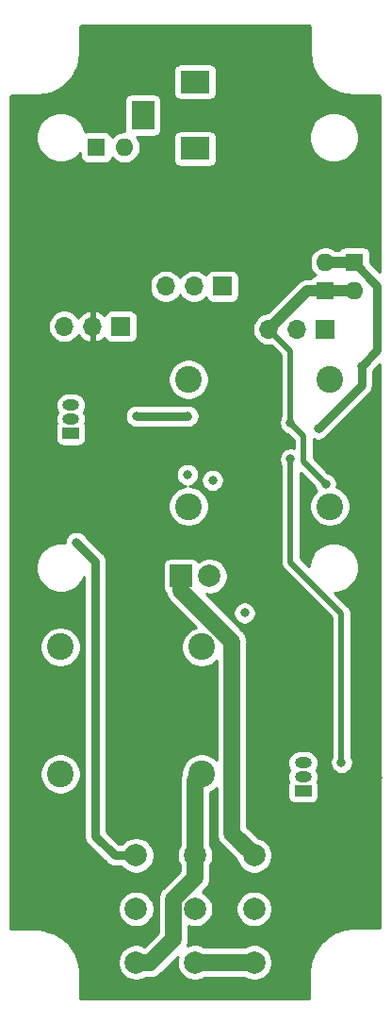
<source format=gbr>
%TF.GenerationSoftware,KiCad,Pcbnew,5.1.9*%
%TF.CreationDate,2021-02-01T12:12:55-08:00*%
%TF.ProjectId,MainBoard,4d61696e-426f-4617-9264-2e6b69636164,rev?*%
%TF.SameCoordinates,Original*%
%TF.FileFunction,Copper,L3,Inr*%
%TF.FilePolarity,Positive*%
%FSLAX46Y46*%
G04 Gerber Fmt 4.6, Leading zero omitted, Abs format (unit mm)*
G04 Created by KiCad (PCBNEW 5.1.9) date 2021-02-01 12:12:55*
%MOMM*%
%LPD*%
G01*
G04 APERTURE LIST*
%TA.AperFunction,ComponentPad*%
%ADD10C,2.000000*%
%TD*%
%TA.AperFunction,ComponentPad*%
%ADD11R,1.700000X1.700000*%
%TD*%
%TA.AperFunction,ComponentPad*%
%ADD12O,1.700000X1.700000*%
%TD*%
%TA.AperFunction,ComponentPad*%
%ADD13R,2.000000X2.000000*%
%TD*%
%TA.AperFunction,ComponentPad*%
%ADD14O,1.600000X1.600000*%
%TD*%
%TA.AperFunction,ComponentPad*%
%ADD15R,1.600000X1.600000*%
%TD*%
%TA.AperFunction,ComponentPad*%
%ADD16C,2.400000*%
%TD*%
%TA.AperFunction,ComponentPad*%
%ADD17R,1.500000X1.000000*%
%TD*%
%TA.AperFunction,ComponentPad*%
%ADD18O,1.500000X1.000000*%
%TD*%
%TA.AperFunction,ComponentPad*%
%ADD19R,2.600000X2.000000*%
%TD*%
%TA.AperFunction,ComponentPad*%
%ADD20R,2.000000X2.600000*%
%TD*%
%TA.AperFunction,ViaPad*%
%ADD21C,0.800000*%
%TD*%
%TA.AperFunction,Conductor*%
%ADD22C,1.500000*%
%TD*%
%TA.AperFunction,Conductor*%
%ADD23C,0.750000*%
%TD*%
%TA.AperFunction,Conductor*%
%ADD24C,0.500000*%
%TD*%
%TA.AperFunction,Conductor*%
%ADD25C,1.000000*%
%TD*%
%TA.AperFunction,Conductor*%
%ADD26C,0.254000*%
%TD*%
%TA.AperFunction,Conductor*%
%ADD27C,0.100000*%
%TD*%
G04 APERTURE END LIST*
D10*
%TO.N,/EFFECT_OUT*%
%TO.C,U1*%
X94700000Y-130800000D03*
%TO.N,/PassThru*%
X94700000Y-140400000D03*
%TO.N,/SIG_OUT*%
X94700000Y-135600000D03*
%TO.N,Net-(D2-Pad1)*%
X105300000Y-130800000D03*
%TO.N,Net-(U1-Pad3)*%
X105300000Y-140400000D03*
%TO.N,GND*%
X105300000Y-135600000D03*
%TO.N,/PassThru*%
X100000000Y-130799400D03*
%TO.N,/SIG_IN*%
X100000000Y-135600000D03*
%TO.N,Net-(U1-Pad3)*%
X100000000Y-140400600D03*
%TD*%
D11*
%TO.N,Net-(J6-Pad1)*%
%TO.C,J6*%
X93325000Y-83350000D03*
D12*
%TO.N,VCC*%
X90785000Y-83350000D03*
%TO.N,Net-(C9-Pad2)*%
X88245000Y-83350000D03*
%TD*%
D13*
%TO.N,Net-(D2-Pad1)*%
%TO.C,D2*%
X98750000Y-105750000D03*
D10*
%TO.N,Net-(D2-Pad2)*%
X101290000Y-105750000D03*
%TD*%
D14*
%TO.N,Net-(C5-Pad1)*%
%TO.C,D4*%
X114310000Y-80160000D03*
D15*
%TO.N,Net-(C5-Pad2)*%
X114310000Y-77620000D03*
%TD*%
D14*
%TO.N,Net-(C5-Pad2)*%
%TO.C,D3*%
X111720000Y-77600000D03*
D15*
%TO.N,Net-(C5-Pad1)*%
X111720000Y-80140000D03*
%TD*%
D14*
%TO.N,GND*%
%TO.C,D1*%
X93670000Y-67300000D03*
D15*
%TO.N,+9V*%
X91130000Y-67300000D03*
%TD*%
D16*
%TO.N,/PassThru*%
%TO.C,J1*%
X100600000Y-123500000D03*
%TO.N,GND*%
X87900000Y-123500000D03*
X100600000Y-112100000D03*
X87900000Y-112100000D03*
%TD*%
D17*
%TO.N,/drive/IN*%
%TO.C,Q2*%
X109700000Y-125020000D03*
D18*
%TO.N,+9V*%
X109700000Y-122480000D03*
%TO.N,Net-(Q2-Pad2)*%
X109700000Y-123750000D03*
%TD*%
D17*
%TO.N,Net-(Q1-Pad1)*%
%TO.C,Q1*%
X88825000Y-92940000D03*
D18*
%TO.N,+9V*%
X88825000Y-90400000D03*
%TO.N,Net-(C9-Pad1)*%
X88825000Y-91670000D03*
%TD*%
D12*
%TO.N,Net-(J5-Pad3)*%
%TO.C,J5*%
X97375000Y-79750000D03*
%TO.N,Net-(C7-Pad1)*%
X99915000Y-79750000D03*
D11*
%TO.N,/tone/IN*%
X102455000Y-79750000D03*
%TD*%
D12*
%TO.N,Net-(C5-Pad1)*%
%TO.C,J4*%
X106620000Y-83600000D03*
%TO.N,N/C*%
X109160000Y-83600000D03*
D11*
%TO.N,Net-(J4-Pad1)*%
X111700000Y-83600000D03*
%TD*%
D16*
%TO.N,/SIG_OUT*%
%TO.C,J3*%
X99400000Y-88100000D03*
%TO.N,GND*%
X112100000Y-88100000D03*
%TO.N,N/C*%
X99400000Y-99500000D03*
X112100000Y-99500000D03*
%TD*%
D19*
%TO.N,+9V*%
%TO.C,J2*%
X100000000Y-61400000D03*
%TO.N,GND*%
X100000000Y-67400000D03*
D20*
X95300000Y-64400000D03*
%TD*%
D21*
%TO.N,+9V*%
X104450000Y-109050000D03*
%TO.N,/EFFECT_OUT*%
X89330000Y-102740000D03*
%TO.N,VCC*%
X104170000Y-102920000D03*
X116400000Y-123830000D03*
X105960000Y-124210000D03*
%TO.N,Net-(C4-Pad2)*%
X108570000Y-95240000D03*
X113150000Y-122460000D03*
%TO.N,Net-(C5-Pad2)*%
X114950000Y-86910000D03*
X111060000Y-92530000D03*
%TO.N,Net-(C5-Pad1)*%
X111730000Y-97490000D03*
X108570000Y-91980000D03*
%TO.N,/tone/IN*%
X101570000Y-97150000D03*
%TO.N,/volume/IN*%
X94740000Y-91385000D03*
X99360000Y-91385000D03*
%TO.N,Net-(J5-Pad3)*%
X99300000Y-96640000D03*
%TD*%
D22*
%TO.N,Net-(U1-Pad3)*%
X105299400Y-140400600D02*
X105300000Y-140400000D01*
X100000000Y-140400600D02*
X105299400Y-140400600D01*
D23*
%TO.N,/EFFECT_OUT*%
X94700000Y-130800000D02*
X92760000Y-130800000D01*
X92760000Y-130800000D02*
X91030000Y-129070000D01*
X91030000Y-104440000D02*
X89330000Y-102740000D01*
X91030000Y-129070000D02*
X91030000Y-104440000D01*
D22*
%TO.N,/PassThru*%
X100000000Y-130799400D02*
X100000000Y-132790000D01*
X98049999Y-134740001D02*
X98049999Y-138320001D01*
X100000000Y-132790000D02*
X98049999Y-134740001D01*
X95970000Y-140400000D02*
X94700000Y-140400000D01*
X98049999Y-138320001D02*
X95970000Y-140400000D01*
X100000000Y-124100000D02*
X100600000Y-123500000D01*
X100000000Y-130799400D02*
X100000000Y-124100000D01*
D24*
%TO.N,Net-(C4-Pad2)*%
X113150000Y-122460000D02*
X113150000Y-109070000D01*
X108570000Y-104490000D02*
X108570000Y-95240000D01*
X113150000Y-109070000D02*
X108570000Y-104490000D01*
D23*
%TO.N,Net-(C5-Pad2)*%
X114950000Y-86910000D02*
X116370000Y-85490000D01*
X116370000Y-79680000D02*
X114310000Y-77620000D01*
X116370000Y-85490000D02*
X116370000Y-79680000D01*
D25*
X114290000Y-77600000D02*
X114310000Y-77620000D01*
X111720000Y-77600000D02*
X114290000Y-77600000D01*
D23*
X114950000Y-88640000D02*
X111060000Y-92530000D01*
X114950000Y-86910000D02*
X114950000Y-88640000D01*
D24*
%TO.N,Net-(C5-Pad1)*%
X108570000Y-85550000D02*
X108570000Y-91980000D01*
X106620000Y-83600000D02*
X108570000Y-85550000D01*
D25*
X111740000Y-80160000D02*
X111720000Y-80140000D01*
X114310000Y-80160000D02*
X111740000Y-80160000D01*
X110080000Y-80140000D02*
X106620000Y-83600000D01*
X111720000Y-80140000D02*
X110080000Y-80140000D01*
D24*
X109739999Y-95499999D02*
X109739999Y-93149999D01*
X109739999Y-93149999D02*
X108570000Y-91980000D01*
X111730000Y-97490000D02*
X109739999Y-95499999D01*
D23*
%TO.N,/volume/IN*%
X99360000Y-91385000D02*
X94740000Y-91385000D01*
D22*
%TO.N,Net-(D2-Pad1)*%
X98750000Y-105750000D02*
X98770000Y-105750000D01*
X103310000Y-128810000D02*
X105300000Y-130800000D01*
X103310000Y-111627998D02*
X103310000Y-128810000D01*
X98750000Y-107067998D02*
X98750000Y-105750000D01*
X103310000Y-111627998D02*
X98750000Y-107067998D01*
%TD*%
D26*
%TO.N,VCC*%
X110262308Y-56389723D02*
X110273787Y-56393201D01*
X110284389Y-56398866D01*
X110293585Y-56406412D01*
X110301133Y-56415611D01*
X110306798Y-56426214D01*
X110310276Y-56437690D01*
X110315001Y-56485735D01*
X110315000Y-58736104D01*
X110318242Y-58769023D01*
X110318103Y-58788955D01*
X110319104Y-58799168D01*
X110384385Y-59420277D01*
X110397791Y-59485584D01*
X110410264Y-59550970D01*
X110413229Y-59560795D01*
X110597908Y-60157395D01*
X110623746Y-60218862D01*
X110648679Y-60280573D01*
X110653496Y-60289634D01*
X110950538Y-60839001D01*
X110987798Y-60894240D01*
X111024267Y-60949971D01*
X111030753Y-60957924D01*
X111428844Y-61439133D01*
X111476134Y-61486094D01*
X111522722Y-61533668D01*
X111530629Y-61540210D01*
X112014605Y-61934931D01*
X112070113Y-61971811D01*
X112125059Y-62009433D01*
X112134086Y-62014315D01*
X112685514Y-62307514D01*
X112747141Y-62332915D01*
X112808334Y-62359142D01*
X112818137Y-62362177D01*
X113416012Y-62542686D01*
X113481411Y-62555635D01*
X113546520Y-62569475D01*
X113556726Y-62570548D01*
X114178276Y-62631492D01*
X114213894Y-62635000D01*
X116464284Y-62635000D01*
X116512308Y-62639723D01*
X116523787Y-62643201D01*
X116534389Y-62648866D01*
X116543585Y-62656412D01*
X116551133Y-62665611D01*
X116556798Y-62676214D01*
X116560276Y-62687690D01*
X116565001Y-62735735D01*
X116565001Y-78446645D01*
X115748072Y-77629717D01*
X115748072Y-76820000D01*
X115735812Y-76695518D01*
X115699502Y-76575820D01*
X115640537Y-76465506D01*
X115561185Y-76368815D01*
X115464494Y-76289463D01*
X115354180Y-76230498D01*
X115234482Y-76194188D01*
X115110000Y-76181928D01*
X113510000Y-76181928D01*
X113385518Y-76194188D01*
X113265820Y-76230498D01*
X113155506Y-76289463D01*
X113058815Y-76368815D01*
X112979878Y-76465000D01*
X112604284Y-76465000D01*
X112399727Y-76328320D01*
X112138574Y-76220147D01*
X111861335Y-76165000D01*
X111578665Y-76165000D01*
X111301426Y-76220147D01*
X111040273Y-76328320D01*
X110805241Y-76485363D01*
X110605363Y-76685241D01*
X110448320Y-76920273D01*
X110340147Y-77181426D01*
X110285000Y-77458665D01*
X110285000Y-77741335D01*
X110340147Y-78018574D01*
X110448320Y-78279727D01*
X110605363Y-78514759D01*
X110803961Y-78713357D01*
X110795518Y-78714188D01*
X110675820Y-78750498D01*
X110565506Y-78809463D01*
X110468815Y-78888815D01*
X110389463Y-78985506D01*
X110379043Y-79005000D01*
X110135751Y-79005000D01*
X110080000Y-78999509D01*
X110024248Y-79005000D01*
X109857501Y-79021423D01*
X109643553Y-79086324D01*
X109446377Y-79191716D01*
X109273551Y-79333551D01*
X109238009Y-79376859D01*
X106499869Y-82115000D01*
X106473740Y-82115000D01*
X106186842Y-82172068D01*
X105916589Y-82284010D01*
X105673368Y-82446525D01*
X105466525Y-82653368D01*
X105304010Y-82896589D01*
X105192068Y-83166842D01*
X105135000Y-83453740D01*
X105135000Y-83746260D01*
X105192068Y-84033158D01*
X105304010Y-84303411D01*
X105466525Y-84546632D01*
X105673368Y-84753475D01*
X105916589Y-84915990D01*
X106186842Y-85027932D01*
X106473740Y-85085000D01*
X106766260Y-85085000D01*
X106838960Y-85070539D01*
X107685000Y-85916579D01*
X107685001Y-91441544D01*
X107652795Y-91489744D01*
X107574774Y-91678102D01*
X107535000Y-91878061D01*
X107535000Y-92081939D01*
X107574774Y-92281898D01*
X107652795Y-92470256D01*
X107766063Y-92639774D01*
X107910226Y-92783937D01*
X108079744Y-92897205D01*
X108268102Y-92975226D01*
X108324957Y-92986535D01*
X108855000Y-93516579D01*
X108855000Y-94241413D01*
X108671939Y-94205000D01*
X108468061Y-94205000D01*
X108268102Y-94244774D01*
X108079744Y-94322795D01*
X107910226Y-94436063D01*
X107766063Y-94580226D01*
X107652795Y-94749744D01*
X107574774Y-94938102D01*
X107535000Y-95138061D01*
X107535000Y-95341939D01*
X107574774Y-95541898D01*
X107652795Y-95730256D01*
X107685001Y-95778456D01*
X107685000Y-104446531D01*
X107680719Y-104490000D01*
X107685000Y-104533469D01*
X107685000Y-104533476D01*
X107697805Y-104663489D01*
X107748411Y-104830312D01*
X107830589Y-104984058D01*
X107941183Y-105118817D01*
X107974956Y-105146534D01*
X112265001Y-109436580D01*
X112265000Y-121921546D01*
X112232795Y-121969744D01*
X112154774Y-122158102D01*
X112115000Y-122358061D01*
X112115000Y-122561939D01*
X112154774Y-122761898D01*
X112232795Y-122950256D01*
X112346063Y-123119774D01*
X112490226Y-123263937D01*
X112659744Y-123377205D01*
X112848102Y-123455226D01*
X113048061Y-123495000D01*
X113251939Y-123495000D01*
X113451898Y-123455226D01*
X113640256Y-123377205D01*
X113809774Y-123263937D01*
X113953937Y-123119774D01*
X114067205Y-122950256D01*
X114145226Y-122761898D01*
X114185000Y-122561939D01*
X114185000Y-122358061D01*
X114145226Y-122158102D01*
X114067205Y-121969744D01*
X114035000Y-121921546D01*
X114035000Y-109113465D01*
X114039281Y-109069999D01*
X114035000Y-109026533D01*
X114035000Y-109026523D01*
X114022195Y-108896510D01*
X113971589Y-108729687D01*
X113889411Y-108575941D01*
X113778817Y-108441183D01*
X113745049Y-108413470D01*
X112540974Y-107209395D01*
X112668656Y-107209395D01*
X113102219Y-107123153D01*
X113510627Y-106953985D01*
X113878184Y-106708392D01*
X114190766Y-106395810D01*
X114436359Y-106028253D01*
X114605527Y-105619845D01*
X114691769Y-105186282D01*
X114691769Y-104744224D01*
X114605527Y-104310661D01*
X114436359Y-103902253D01*
X114190766Y-103534696D01*
X113878184Y-103222114D01*
X113510627Y-102976521D01*
X113102219Y-102807353D01*
X112668656Y-102721111D01*
X112226598Y-102721111D01*
X111793035Y-102807353D01*
X111384627Y-102976521D01*
X111017070Y-103222114D01*
X110704488Y-103534696D01*
X110458895Y-103902253D01*
X110289727Y-104310661D01*
X110203485Y-104744224D01*
X110203485Y-104871907D01*
X109455000Y-104123422D01*
X109455000Y-96466578D01*
X110723465Y-97735044D01*
X110734774Y-97791898D01*
X110812795Y-97980256D01*
X110897657Y-98107261D01*
X110674662Y-98330256D01*
X110473844Y-98630801D01*
X110335518Y-98964750D01*
X110265000Y-99319268D01*
X110265000Y-99680732D01*
X110335518Y-100035250D01*
X110473844Y-100369199D01*
X110674662Y-100669744D01*
X110930256Y-100925338D01*
X111230801Y-101126156D01*
X111564750Y-101264482D01*
X111919268Y-101335000D01*
X112280732Y-101335000D01*
X112635250Y-101264482D01*
X112969199Y-101126156D01*
X113269744Y-100925338D01*
X113525338Y-100669744D01*
X113726156Y-100369199D01*
X113864482Y-100035250D01*
X113935000Y-99680732D01*
X113935000Y-99319268D01*
X113864482Y-98964750D01*
X113726156Y-98630801D01*
X113525338Y-98330256D01*
X113269744Y-98074662D01*
X112969199Y-97873844D01*
X112728738Y-97774242D01*
X112765000Y-97591939D01*
X112765000Y-97388061D01*
X112725226Y-97188102D01*
X112647205Y-96999744D01*
X112533937Y-96830226D01*
X112389774Y-96686063D01*
X112220256Y-96572795D01*
X112031898Y-96494774D01*
X111975044Y-96483465D01*
X110624999Y-95133421D01*
X110624999Y-93470093D01*
X110758102Y-93525226D01*
X110958061Y-93565000D01*
X111161939Y-93565000D01*
X111361898Y-93525226D01*
X111550256Y-93447205D01*
X111719774Y-93333937D01*
X111863937Y-93189774D01*
X111935132Y-93083223D01*
X115629100Y-89389256D01*
X115667633Y-89357633D01*
X115793847Y-89203840D01*
X115887632Y-89028380D01*
X115945385Y-88837994D01*
X115960000Y-88689608D01*
X115964886Y-88640000D01*
X115960000Y-88590392D01*
X115960000Y-87328355D01*
X116565000Y-86723355D01*
X116564999Y-137214284D01*
X116560276Y-137262309D01*
X116556798Y-137273785D01*
X116551133Y-137284388D01*
X116543585Y-137293587D01*
X116534389Y-137301133D01*
X116523787Y-137306798D01*
X116512308Y-137310276D01*
X116464274Y-137315000D01*
X114213895Y-137315000D01*
X114180943Y-137318245D01*
X114160696Y-137318104D01*
X114150483Y-137319105D01*
X113519669Y-137385406D01*
X113454362Y-137398812D01*
X113388976Y-137411285D01*
X113379151Y-137414250D01*
X112773228Y-137601816D01*
X112711813Y-137627633D01*
X112650052Y-137652586D01*
X112640991Y-137657403D01*
X112083039Y-137959086D01*
X112027784Y-137996356D01*
X111972069Y-138032815D01*
X111964116Y-138039301D01*
X111475388Y-138443612D01*
X111428411Y-138490918D01*
X111380853Y-138537490D01*
X111374311Y-138545397D01*
X110973422Y-139036935D01*
X110936543Y-139092443D01*
X110898921Y-139147388D01*
X110894040Y-139156415D01*
X110596259Y-139716459D01*
X110570861Y-139778079D01*
X110544630Y-139839280D01*
X110541596Y-139849079D01*
X110541596Y-139849081D01*
X110541595Y-139849083D01*
X110358266Y-140456300D01*
X110345323Y-140521668D01*
X110331477Y-140586809D01*
X110330404Y-140597015D01*
X110268508Y-141228276D01*
X110268508Y-141228287D01*
X110265001Y-141263895D01*
X110265000Y-143514274D01*
X110260276Y-143562309D01*
X110256798Y-143573785D01*
X110251133Y-143584388D01*
X110243585Y-143593587D01*
X110234389Y-143601133D01*
X110223787Y-143606798D01*
X110212308Y-143610276D01*
X110164274Y-143615000D01*
X89735725Y-143615000D01*
X89687690Y-143610276D01*
X89676214Y-143606798D01*
X89665611Y-143601133D01*
X89656412Y-143593585D01*
X89648866Y-143584389D01*
X89643201Y-143573787D01*
X89639723Y-143562308D01*
X89634999Y-143514274D01*
X89634999Y-141263895D01*
X89631761Y-141231018D01*
X89631898Y-141211394D01*
X89630897Y-141201181D01*
X89566636Y-140589777D01*
X89553235Y-140524493D01*
X89540758Y-140459085D01*
X89537792Y-140449260D01*
X89472696Y-140238967D01*
X93065000Y-140238967D01*
X93065000Y-140561033D01*
X93127832Y-140876912D01*
X93251082Y-141174463D01*
X93430013Y-141442252D01*
X93657748Y-141669987D01*
X93925537Y-141848918D01*
X94223088Y-141972168D01*
X94538967Y-142035000D01*
X94861033Y-142035000D01*
X95176912Y-141972168D01*
X95474463Y-141848918D01*
X95570123Y-141785000D01*
X95901971Y-141785000D01*
X95970000Y-141791700D01*
X96038029Y-141785000D01*
X96038037Y-141785000D01*
X96241507Y-141764960D01*
X96502581Y-141685764D01*
X96743188Y-141557157D01*
X96954081Y-141384081D01*
X96997454Y-141331231D01*
X98443978Y-139884707D01*
X98427832Y-139923688D01*
X98365000Y-140239567D01*
X98365000Y-140561633D01*
X98427832Y-140877512D01*
X98551082Y-141175063D01*
X98730013Y-141442852D01*
X98957748Y-141670587D01*
X99225537Y-141849518D01*
X99523088Y-141972768D01*
X99838967Y-142035600D01*
X100161033Y-142035600D01*
X100476912Y-141972768D01*
X100774463Y-141849518D01*
X100870123Y-141785600D01*
X104430775Y-141785600D01*
X104525537Y-141848918D01*
X104823088Y-141972168D01*
X105138967Y-142035000D01*
X105461033Y-142035000D01*
X105776912Y-141972168D01*
X106074463Y-141848918D01*
X106342252Y-141669987D01*
X106569987Y-141442252D01*
X106748918Y-141174463D01*
X106872168Y-140876912D01*
X106935000Y-140561033D01*
X106935000Y-140238967D01*
X106872168Y-139923088D01*
X106748918Y-139625537D01*
X106569987Y-139357748D01*
X106342252Y-139130013D01*
X106074463Y-138951082D01*
X105776912Y-138827832D01*
X105461033Y-138765000D01*
X105138967Y-138765000D01*
X104823088Y-138827832D01*
X104525537Y-138951082D01*
X104428979Y-139015600D01*
X100870123Y-139015600D01*
X100774463Y-138951682D01*
X100476912Y-138828432D01*
X100161033Y-138765600D01*
X99838967Y-138765600D01*
X99523088Y-138828432D01*
X99299074Y-138921222D01*
X99335763Y-138852582D01*
X99414959Y-138591508D01*
X99417726Y-138563415D01*
X99434999Y-138388038D01*
X99434999Y-138388030D01*
X99441699Y-138320001D01*
X99434999Y-138251972D01*
X99434999Y-137135680D01*
X99523088Y-137172168D01*
X99838967Y-137235000D01*
X100161033Y-137235000D01*
X100476912Y-137172168D01*
X100774463Y-137048918D01*
X101042252Y-136869987D01*
X101269987Y-136642252D01*
X101448918Y-136374463D01*
X101572168Y-136076912D01*
X101635000Y-135761033D01*
X101635000Y-135438967D01*
X103665000Y-135438967D01*
X103665000Y-135761033D01*
X103727832Y-136076912D01*
X103851082Y-136374463D01*
X104030013Y-136642252D01*
X104257748Y-136869987D01*
X104525537Y-137048918D01*
X104823088Y-137172168D01*
X105138967Y-137235000D01*
X105461033Y-137235000D01*
X105776912Y-137172168D01*
X106074463Y-137048918D01*
X106342252Y-136869987D01*
X106569987Y-136642252D01*
X106748918Y-136374463D01*
X106872168Y-136076912D01*
X106935000Y-135761033D01*
X106935000Y-135438967D01*
X106872168Y-135123088D01*
X106748918Y-134825537D01*
X106569987Y-134557748D01*
X106342252Y-134330013D01*
X106074463Y-134151082D01*
X105776912Y-134027832D01*
X105461033Y-133965000D01*
X105138967Y-133965000D01*
X104823088Y-134027832D01*
X104525537Y-134151082D01*
X104257748Y-134330013D01*
X104030013Y-134557748D01*
X103851082Y-134825537D01*
X103727832Y-135123088D01*
X103665000Y-135438967D01*
X101635000Y-135438967D01*
X101572168Y-135123088D01*
X101448918Y-134825537D01*
X101269987Y-134557748D01*
X101042252Y-134330013D01*
X100774463Y-134151082D01*
X100649405Y-134099281D01*
X100931236Y-133817450D01*
X100984081Y-133774081D01*
X101157157Y-133563188D01*
X101285764Y-133322581D01*
X101364960Y-133061507D01*
X101385000Y-132858037D01*
X101385000Y-132858029D01*
X101391700Y-132790000D01*
X101385000Y-132721971D01*
X101385000Y-131669523D01*
X101448918Y-131573863D01*
X101572168Y-131276312D01*
X101635000Y-130960433D01*
X101635000Y-130638367D01*
X101572168Y-130322488D01*
X101448918Y-130024937D01*
X101385000Y-129929277D01*
X101385000Y-125161032D01*
X101469199Y-125126156D01*
X101769744Y-124925338D01*
X101925001Y-124770081D01*
X101925001Y-128741961D01*
X101918300Y-128810000D01*
X101945040Y-129081507D01*
X102024236Y-129342580D01*
X102152844Y-129583188D01*
X102282548Y-129741233D01*
X102282551Y-129741236D01*
X102325920Y-129794081D01*
X102378764Y-129837449D01*
X103705387Y-131164073D01*
X103727832Y-131276912D01*
X103851082Y-131574463D01*
X104030013Y-131842252D01*
X104257748Y-132069987D01*
X104525537Y-132248918D01*
X104823088Y-132372168D01*
X105138967Y-132435000D01*
X105461033Y-132435000D01*
X105776912Y-132372168D01*
X106074463Y-132248918D01*
X106342252Y-132069987D01*
X106569987Y-131842252D01*
X106748918Y-131574463D01*
X106872168Y-131276912D01*
X106935000Y-130961033D01*
X106935000Y-130638967D01*
X106872168Y-130323088D01*
X106748918Y-130025537D01*
X106569987Y-129757748D01*
X106342252Y-129530013D01*
X106074463Y-129351082D01*
X105776912Y-129227832D01*
X105664073Y-129205387D01*
X104695000Y-128236315D01*
X104695000Y-122480000D01*
X108309509Y-122480000D01*
X108331423Y-122702499D01*
X108396324Y-122916447D01*
X108501716Y-123113623D01*
X108502846Y-123115000D01*
X108501716Y-123116377D01*
X108396324Y-123313553D01*
X108331423Y-123527501D01*
X108309509Y-123750000D01*
X108331423Y-123972499D01*
X108396324Y-124186447D01*
X108402297Y-124197621D01*
X108360498Y-124275820D01*
X108324188Y-124395518D01*
X108311928Y-124520000D01*
X108311928Y-125520000D01*
X108324188Y-125644482D01*
X108360498Y-125764180D01*
X108419463Y-125874494D01*
X108498815Y-125971185D01*
X108595506Y-126050537D01*
X108705820Y-126109502D01*
X108825518Y-126145812D01*
X108950000Y-126158072D01*
X110450000Y-126158072D01*
X110574482Y-126145812D01*
X110694180Y-126109502D01*
X110804494Y-126050537D01*
X110901185Y-125971185D01*
X110980537Y-125874494D01*
X111039502Y-125764180D01*
X111075812Y-125644482D01*
X111088072Y-125520000D01*
X111088072Y-124520000D01*
X111075812Y-124395518D01*
X111039502Y-124275820D01*
X110997703Y-124197621D01*
X111003676Y-124186447D01*
X111068577Y-123972499D01*
X111090491Y-123750000D01*
X111068577Y-123527501D01*
X111003676Y-123313553D01*
X110898284Y-123116377D01*
X110897154Y-123115000D01*
X110898284Y-123113623D01*
X111003676Y-122916447D01*
X111068577Y-122702499D01*
X111090491Y-122480000D01*
X111068577Y-122257501D01*
X111003676Y-122043553D01*
X110898284Y-121846377D01*
X110756449Y-121673551D01*
X110583623Y-121531716D01*
X110386447Y-121426324D01*
X110172499Y-121361423D01*
X110005752Y-121345000D01*
X109394248Y-121345000D01*
X109227501Y-121361423D01*
X109013553Y-121426324D01*
X108816377Y-121531716D01*
X108643551Y-121673551D01*
X108501716Y-121846377D01*
X108396324Y-122043553D01*
X108331423Y-122257501D01*
X108309509Y-122480000D01*
X104695000Y-122480000D01*
X104695000Y-111696027D01*
X104701700Y-111627998D01*
X104695000Y-111559969D01*
X104695000Y-111559961D01*
X104674960Y-111356491D01*
X104595764Y-111095417D01*
X104467157Y-110854810D01*
X104337452Y-110696764D01*
X104337445Y-110696757D01*
X104294080Y-110643917D01*
X104241241Y-110600553D01*
X102588749Y-108948061D01*
X103415000Y-108948061D01*
X103415000Y-109151939D01*
X103454774Y-109351898D01*
X103532795Y-109540256D01*
X103646063Y-109709774D01*
X103790226Y-109853937D01*
X103959744Y-109967205D01*
X104148102Y-110045226D01*
X104348061Y-110085000D01*
X104551939Y-110085000D01*
X104751898Y-110045226D01*
X104940256Y-109967205D01*
X105109774Y-109853937D01*
X105253937Y-109709774D01*
X105367205Y-109540256D01*
X105445226Y-109351898D01*
X105485000Y-109151939D01*
X105485000Y-108948061D01*
X105445226Y-108748102D01*
X105367205Y-108559744D01*
X105253937Y-108390226D01*
X105109774Y-108246063D01*
X104940256Y-108132795D01*
X104751898Y-108054774D01*
X104551939Y-108015000D01*
X104348061Y-108015000D01*
X104148102Y-108054774D01*
X103959744Y-108132795D01*
X103790226Y-108246063D01*
X103646063Y-108390226D01*
X103532795Y-108559744D01*
X103454774Y-108748102D01*
X103415000Y-108948061D01*
X102588749Y-108948061D01*
X101000043Y-107359355D01*
X101128967Y-107385000D01*
X101451033Y-107385000D01*
X101766912Y-107322168D01*
X102064463Y-107198918D01*
X102332252Y-107019987D01*
X102559987Y-106792252D01*
X102738918Y-106524463D01*
X102862168Y-106226912D01*
X102925000Y-105911033D01*
X102925000Y-105588967D01*
X102862168Y-105273088D01*
X102738918Y-104975537D01*
X102559987Y-104707748D01*
X102332252Y-104480013D01*
X102064463Y-104301082D01*
X101766912Y-104177832D01*
X101451033Y-104115000D01*
X101128967Y-104115000D01*
X100813088Y-104177832D01*
X100515537Y-104301082D01*
X100305191Y-104441630D01*
X100280537Y-104395506D01*
X100201185Y-104298815D01*
X100104494Y-104219463D01*
X99994180Y-104160498D01*
X99874482Y-104124188D01*
X99750000Y-104111928D01*
X97750000Y-104111928D01*
X97625518Y-104124188D01*
X97505820Y-104160498D01*
X97395506Y-104219463D01*
X97298815Y-104298815D01*
X97219463Y-104395506D01*
X97160498Y-104505820D01*
X97124188Y-104625518D01*
X97111928Y-104750000D01*
X97111928Y-106750000D01*
X97124188Y-106874482D01*
X97160498Y-106994180D01*
X97219463Y-107104494D01*
X97298815Y-107201185D01*
X97377801Y-107266007D01*
X97385040Y-107339504D01*
X97464236Y-107600578D01*
X97592843Y-107841185D01*
X97765919Y-108052078D01*
X97818765Y-108095448D01*
X100060567Y-110337251D01*
X99730801Y-110473844D01*
X99430256Y-110674662D01*
X99174662Y-110930256D01*
X98973844Y-111230801D01*
X98835518Y-111564750D01*
X98765000Y-111919268D01*
X98765000Y-112280732D01*
X98835518Y-112635250D01*
X98973844Y-112969199D01*
X99174662Y-113269744D01*
X99430256Y-113525338D01*
X99730801Y-113726156D01*
X100064750Y-113864482D01*
X100419268Y-113935000D01*
X100780732Y-113935000D01*
X101135250Y-113864482D01*
X101469199Y-113726156D01*
X101769744Y-113525338D01*
X101925000Y-113370082D01*
X101925001Y-122229919D01*
X101769744Y-122074662D01*
X101469199Y-121873844D01*
X101135250Y-121735518D01*
X100780732Y-121665000D01*
X100419268Y-121665000D01*
X100064750Y-121735518D01*
X99730801Y-121873844D01*
X99430256Y-122074662D01*
X99174662Y-122330256D01*
X98973844Y-122630801D01*
X98835518Y-122964750D01*
X98765000Y-123319268D01*
X98765000Y-123472447D01*
X98714236Y-123567420D01*
X98635040Y-123828493D01*
X98608300Y-124100000D01*
X98615001Y-124168039D01*
X98615000Y-129929277D01*
X98551082Y-130024937D01*
X98427832Y-130322488D01*
X98365000Y-130638367D01*
X98365000Y-130960433D01*
X98427832Y-131276312D01*
X98551082Y-131573863D01*
X98615000Y-131669524D01*
X98615001Y-132216314D01*
X97118764Y-133712551D01*
X97065918Y-133755921D01*
X96892842Y-133966814D01*
X96764235Y-134207421D01*
X96685039Y-134468495D01*
X96664999Y-134671965D01*
X96664999Y-134671972D01*
X96658299Y-134740001D01*
X96664999Y-134808030D01*
X96665000Y-137746314D01*
X95464401Y-138946914D01*
X95176912Y-138827832D01*
X94861033Y-138765000D01*
X94538967Y-138765000D01*
X94223088Y-138827832D01*
X93925537Y-138951082D01*
X93657748Y-139130013D01*
X93430013Y-139357748D01*
X93251082Y-139625537D01*
X93127832Y-139923088D01*
X93065000Y-140238967D01*
X89472696Y-140238967D01*
X89355999Y-139861981D01*
X89330166Y-139800526D01*
X89305228Y-139738803D01*
X89300411Y-139729742D01*
X89008010Y-139188958D01*
X88970733Y-139133694D01*
X88934281Y-139077989D01*
X88927796Y-139070036D01*
X88535925Y-138596346D01*
X88488654Y-138549403D01*
X88442046Y-138501809D01*
X88434145Y-138495273D01*
X88434140Y-138495268D01*
X88434135Y-138495264D01*
X87957724Y-138106713D01*
X87902200Y-138069823D01*
X87847272Y-138032213D01*
X87838248Y-138027333D01*
X87838240Y-138027329D01*
X87295434Y-137738714D01*
X87233828Y-137713321D01*
X87172614Y-137687085D01*
X87162811Y-137684050D01*
X86574276Y-137506361D01*
X86508895Y-137493415D01*
X86443767Y-137479572D01*
X86433563Y-137478499D01*
X86433561Y-137478499D01*
X85821723Y-137418508D01*
X85786105Y-137415000D01*
X83535725Y-137415000D01*
X83487690Y-137410276D01*
X83476214Y-137406798D01*
X83465611Y-137401133D01*
X83456412Y-137393585D01*
X83448866Y-137384389D01*
X83443201Y-137373787D01*
X83439723Y-137362308D01*
X83435000Y-137314284D01*
X83435000Y-135438967D01*
X93065000Y-135438967D01*
X93065000Y-135761033D01*
X93127832Y-136076912D01*
X93251082Y-136374463D01*
X93430013Y-136642252D01*
X93657748Y-136869987D01*
X93925537Y-137048918D01*
X94223088Y-137172168D01*
X94538967Y-137235000D01*
X94861033Y-137235000D01*
X95176912Y-137172168D01*
X95474463Y-137048918D01*
X95742252Y-136869987D01*
X95969987Y-136642252D01*
X96148918Y-136374463D01*
X96272168Y-136076912D01*
X96335000Y-135761033D01*
X96335000Y-135438967D01*
X96272168Y-135123088D01*
X96148918Y-134825537D01*
X95969987Y-134557748D01*
X95742252Y-134330013D01*
X95474463Y-134151082D01*
X95176912Y-134027832D01*
X94861033Y-133965000D01*
X94538967Y-133965000D01*
X94223088Y-134027832D01*
X93925537Y-134151082D01*
X93657748Y-134330013D01*
X93430013Y-134557748D01*
X93251082Y-134825537D01*
X93127832Y-135123088D01*
X93065000Y-135438967D01*
X83435000Y-135438967D01*
X83435000Y-123319268D01*
X86065000Y-123319268D01*
X86065000Y-123680732D01*
X86135518Y-124035250D01*
X86273844Y-124369199D01*
X86474662Y-124669744D01*
X86730256Y-124925338D01*
X87030801Y-125126156D01*
X87364750Y-125264482D01*
X87719268Y-125335000D01*
X88080732Y-125335000D01*
X88435250Y-125264482D01*
X88769199Y-125126156D01*
X89069744Y-124925338D01*
X89325338Y-124669744D01*
X89526156Y-124369199D01*
X89664482Y-124035250D01*
X89735000Y-123680732D01*
X89735000Y-123319268D01*
X89664482Y-122964750D01*
X89526156Y-122630801D01*
X89325338Y-122330256D01*
X89069744Y-122074662D01*
X88769199Y-121873844D01*
X88435250Y-121735518D01*
X88080732Y-121665000D01*
X87719268Y-121665000D01*
X87364750Y-121735518D01*
X87030801Y-121873844D01*
X86730256Y-122074662D01*
X86474662Y-122330256D01*
X86273844Y-122630801D01*
X86135518Y-122964750D01*
X86065000Y-123319268D01*
X83435000Y-123319268D01*
X83435000Y-111919268D01*
X86065000Y-111919268D01*
X86065000Y-112280732D01*
X86135518Y-112635250D01*
X86273844Y-112969199D01*
X86474662Y-113269744D01*
X86730256Y-113525338D01*
X87030801Y-113726156D01*
X87364750Y-113864482D01*
X87719268Y-113935000D01*
X88080732Y-113935000D01*
X88435250Y-113864482D01*
X88769199Y-113726156D01*
X89069744Y-113525338D01*
X89325338Y-113269744D01*
X89526156Y-112969199D01*
X89664482Y-112635250D01*
X89735000Y-112280732D01*
X89735000Y-111919268D01*
X89664482Y-111564750D01*
X89526156Y-111230801D01*
X89325338Y-110930256D01*
X89069744Y-110674662D01*
X88769199Y-110473844D01*
X88435250Y-110335518D01*
X88080732Y-110265000D01*
X87719268Y-110265000D01*
X87364750Y-110335518D01*
X87030801Y-110473844D01*
X86730256Y-110674662D01*
X86474662Y-110930256D01*
X86273844Y-111230801D01*
X86135518Y-111564750D01*
X86065000Y-111919268D01*
X83435000Y-111919268D01*
X83435000Y-104744224D01*
X85708230Y-104744224D01*
X85708230Y-105186282D01*
X85794472Y-105619845D01*
X85963640Y-106028253D01*
X86209233Y-106395810D01*
X86521815Y-106708392D01*
X86889372Y-106953985D01*
X87297780Y-107123153D01*
X87731343Y-107209395D01*
X88173401Y-107209395D01*
X88606964Y-107123153D01*
X89015372Y-106953985D01*
X89382929Y-106708392D01*
X89695511Y-106395810D01*
X89941104Y-106028253D01*
X90020001Y-105837779D01*
X90020000Y-129020392D01*
X90015114Y-129070000D01*
X90020000Y-129119607D01*
X90034615Y-129267993D01*
X90092368Y-129458379D01*
X90186153Y-129633840D01*
X90312367Y-129787633D01*
X90350906Y-129819261D01*
X92010744Y-131479099D01*
X92042367Y-131517633D01*
X92196160Y-131643847D01*
X92371620Y-131737632D01*
X92562006Y-131795385D01*
X92710392Y-131810000D01*
X92710401Y-131810000D01*
X92759999Y-131814885D01*
X92809597Y-131810000D01*
X93408463Y-131810000D01*
X93430013Y-131842252D01*
X93657748Y-132069987D01*
X93925537Y-132248918D01*
X94223088Y-132372168D01*
X94538967Y-132435000D01*
X94861033Y-132435000D01*
X95176912Y-132372168D01*
X95474463Y-132248918D01*
X95742252Y-132069987D01*
X95969987Y-131842252D01*
X96148918Y-131574463D01*
X96272168Y-131276912D01*
X96335000Y-130961033D01*
X96335000Y-130638967D01*
X96272168Y-130323088D01*
X96148918Y-130025537D01*
X95969987Y-129757748D01*
X95742252Y-129530013D01*
X95474463Y-129351082D01*
X95176912Y-129227832D01*
X94861033Y-129165000D01*
X94538967Y-129165000D01*
X94223088Y-129227832D01*
X93925537Y-129351082D01*
X93657748Y-129530013D01*
X93430013Y-129757748D01*
X93408463Y-129790000D01*
X93178356Y-129790000D01*
X92040000Y-128651645D01*
X92040000Y-104489604D01*
X92044886Y-104439999D01*
X92039473Y-104385040D01*
X92025385Y-104242006D01*
X91967632Y-104051620D01*
X91873847Y-103876160D01*
X91747633Y-103722367D01*
X91709094Y-103690739D01*
X90205132Y-102186777D01*
X90133937Y-102080226D01*
X89989774Y-101936063D01*
X89820256Y-101822795D01*
X89631898Y-101744774D01*
X89431939Y-101705000D01*
X89228061Y-101705000D01*
X89028102Y-101744774D01*
X88839744Y-101822795D01*
X88670226Y-101936063D01*
X88526063Y-102080226D01*
X88412795Y-102249744D01*
X88334774Y-102438102D01*
X88295000Y-102638061D01*
X88295000Y-102745299D01*
X88173401Y-102721111D01*
X87731343Y-102721111D01*
X87297780Y-102807353D01*
X86889372Y-102976521D01*
X86521815Y-103222114D01*
X86209233Y-103534696D01*
X85963640Y-103902253D01*
X85794472Y-104310661D01*
X85708230Y-104744224D01*
X83435000Y-104744224D01*
X83435000Y-99319268D01*
X97565000Y-99319268D01*
X97565000Y-99680732D01*
X97635518Y-100035250D01*
X97773844Y-100369199D01*
X97974662Y-100669744D01*
X98230256Y-100925338D01*
X98530801Y-101126156D01*
X98864750Y-101264482D01*
X99219268Y-101335000D01*
X99580732Y-101335000D01*
X99935250Y-101264482D01*
X100269199Y-101126156D01*
X100569744Y-100925338D01*
X100825338Y-100669744D01*
X101026156Y-100369199D01*
X101164482Y-100035250D01*
X101235000Y-99680732D01*
X101235000Y-99319268D01*
X101164482Y-98964750D01*
X101026156Y-98630801D01*
X100825338Y-98330256D01*
X100569744Y-98074662D01*
X100269199Y-97873844D01*
X99935250Y-97735518D01*
X99580732Y-97665000D01*
X99452213Y-97665000D01*
X99601898Y-97635226D01*
X99790256Y-97557205D01*
X99959774Y-97443937D01*
X100103937Y-97299774D01*
X100217205Y-97130256D01*
X100251251Y-97048061D01*
X100535000Y-97048061D01*
X100535000Y-97251939D01*
X100574774Y-97451898D01*
X100652795Y-97640256D01*
X100766063Y-97809774D01*
X100910226Y-97953937D01*
X101079744Y-98067205D01*
X101268102Y-98145226D01*
X101468061Y-98185000D01*
X101671939Y-98185000D01*
X101871898Y-98145226D01*
X102060256Y-98067205D01*
X102229774Y-97953937D01*
X102373937Y-97809774D01*
X102487205Y-97640256D01*
X102565226Y-97451898D01*
X102605000Y-97251939D01*
X102605000Y-97048061D01*
X102565226Y-96848102D01*
X102487205Y-96659744D01*
X102373937Y-96490226D01*
X102229774Y-96346063D01*
X102060256Y-96232795D01*
X101871898Y-96154774D01*
X101671939Y-96115000D01*
X101468061Y-96115000D01*
X101268102Y-96154774D01*
X101079744Y-96232795D01*
X100910226Y-96346063D01*
X100766063Y-96490226D01*
X100652795Y-96659744D01*
X100574774Y-96848102D01*
X100535000Y-97048061D01*
X100251251Y-97048061D01*
X100295226Y-96941898D01*
X100335000Y-96741939D01*
X100335000Y-96538061D01*
X100295226Y-96338102D01*
X100217205Y-96149744D01*
X100103937Y-95980226D01*
X99959774Y-95836063D01*
X99790256Y-95722795D01*
X99601898Y-95644774D01*
X99401939Y-95605000D01*
X99198061Y-95605000D01*
X98998102Y-95644774D01*
X98809744Y-95722795D01*
X98640226Y-95836063D01*
X98496063Y-95980226D01*
X98382795Y-96149744D01*
X98304774Y-96338102D01*
X98265000Y-96538061D01*
X98265000Y-96741939D01*
X98304774Y-96941898D01*
X98382795Y-97130256D01*
X98496063Y-97299774D01*
X98640226Y-97443937D01*
X98809744Y-97557205D01*
X98998102Y-97635226D01*
X99183528Y-97672109D01*
X98864750Y-97735518D01*
X98530801Y-97873844D01*
X98230256Y-98074662D01*
X97974662Y-98330256D01*
X97773844Y-98630801D01*
X97635518Y-98964750D01*
X97565000Y-99319268D01*
X83435000Y-99319268D01*
X83435000Y-90400000D01*
X87434509Y-90400000D01*
X87456423Y-90622499D01*
X87521324Y-90836447D01*
X87626716Y-91033623D01*
X87627846Y-91035000D01*
X87626716Y-91036377D01*
X87521324Y-91233553D01*
X87456423Y-91447501D01*
X87434509Y-91670000D01*
X87456423Y-91892499D01*
X87521324Y-92106447D01*
X87527297Y-92117621D01*
X87485498Y-92195820D01*
X87449188Y-92315518D01*
X87436928Y-92440000D01*
X87436928Y-93440000D01*
X87449188Y-93564482D01*
X87485498Y-93684180D01*
X87544463Y-93794494D01*
X87623815Y-93891185D01*
X87720506Y-93970537D01*
X87830820Y-94029502D01*
X87950518Y-94065812D01*
X88075000Y-94078072D01*
X89575000Y-94078072D01*
X89699482Y-94065812D01*
X89819180Y-94029502D01*
X89929494Y-93970537D01*
X90026185Y-93891185D01*
X90105537Y-93794494D01*
X90164502Y-93684180D01*
X90200812Y-93564482D01*
X90213072Y-93440000D01*
X90213072Y-92440000D01*
X90200812Y-92315518D01*
X90164502Y-92195820D01*
X90122703Y-92117621D01*
X90128676Y-92106447D01*
X90193577Y-91892499D01*
X90215491Y-91670000D01*
X90193577Y-91447501D01*
X90143695Y-91283061D01*
X93705000Y-91283061D01*
X93705000Y-91486939D01*
X93744774Y-91686898D01*
X93822795Y-91875256D01*
X93936063Y-92044774D01*
X94080226Y-92188937D01*
X94249744Y-92302205D01*
X94438102Y-92380226D01*
X94638061Y-92420000D01*
X94841939Y-92420000D01*
X94967623Y-92395000D01*
X99132377Y-92395000D01*
X99258061Y-92420000D01*
X99461939Y-92420000D01*
X99661898Y-92380226D01*
X99850256Y-92302205D01*
X100019774Y-92188937D01*
X100163937Y-92044774D01*
X100277205Y-91875256D01*
X100355226Y-91686898D01*
X100395000Y-91486939D01*
X100395000Y-91283061D01*
X100355226Y-91083102D01*
X100277205Y-90894744D01*
X100163937Y-90725226D01*
X100019774Y-90581063D01*
X99850256Y-90467795D01*
X99661898Y-90389774D01*
X99461939Y-90350000D01*
X99258061Y-90350000D01*
X99132377Y-90375000D01*
X94967623Y-90375000D01*
X94841939Y-90350000D01*
X94638061Y-90350000D01*
X94438102Y-90389774D01*
X94249744Y-90467795D01*
X94080226Y-90581063D01*
X93936063Y-90725226D01*
X93822795Y-90894744D01*
X93744774Y-91083102D01*
X93705000Y-91283061D01*
X90143695Y-91283061D01*
X90128676Y-91233553D01*
X90023284Y-91036377D01*
X90022154Y-91035000D01*
X90023284Y-91033623D01*
X90128676Y-90836447D01*
X90193577Y-90622499D01*
X90215491Y-90400000D01*
X90193577Y-90177501D01*
X90128676Y-89963553D01*
X90023284Y-89766377D01*
X89881449Y-89593551D01*
X89708623Y-89451716D01*
X89511447Y-89346324D01*
X89297499Y-89281423D01*
X89130752Y-89265000D01*
X88519248Y-89265000D01*
X88352501Y-89281423D01*
X88138553Y-89346324D01*
X87941377Y-89451716D01*
X87768551Y-89593551D01*
X87626716Y-89766377D01*
X87521324Y-89963553D01*
X87456423Y-90177501D01*
X87434509Y-90400000D01*
X83435000Y-90400000D01*
X83435000Y-87919268D01*
X97565000Y-87919268D01*
X97565000Y-88280732D01*
X97635518Y-88635250D01*
X97773844Y-88969199D01*
X97974662Y-89269744D01*
X98230256Y-89525338D01*
X98530801Y-89726156D01*
X98864750Y-89864482D01*
X99219268Y-89935000D01*
X99580732Y-89935000D01*
X99935250Y-89864482D01*
X100269199Y-89726156D01*
X100569744Y-89525338D01*
X100825338Y-89269744D01*
X101026156Y-88969199D01*
X101164482Y-88635250D01*
X101235000Y-88280732D01*
X101235000Y-87919268D01*
X101164482Y-87564750D01*
X101026156Y-87230801D01*
X100825338Y-86930256D01*
X100569744Y-86674662D01*
X100269199Y-86473844D01*
X99935250Y-86335518D01*
X99580732Y-86265000D01*
X99219268Y-86265000D01*
X98864750Y-86335518D01*
X98530801Y-86473844D01*
X98230256Y-86674662D01*
X97974662Y-86930256D01*
X97773844Y-87230801D01*
X97635518Y-87564750D01*
X97565000Y-87919268D01*
X83435000Y-87919268D01*
X83435000Y-83203740D01*
X86760000Y-83203740D01*
X86760000Y-83496260D01*
X86817068Y-83783158D01*
X86929010Y-84053411D01*
X87091525Y-84296632D01*
X87298368Y-84503475D01*
X87541589Y-84665990D01*
X87811842Y-84777932D01*
X88098740Y-84835000D01*
X88391260Y-84835000D01*
X88678158Y-84777932D01*
X88948411Y-84665990D01*
X89191632Y-84503475D01*
X89398475Y-84296632D01*
X89520195Y-84114466D01*
X89589822Y-84231355D01*
X89784731Y-84447588D01*
X90018080Y-84621641D01*
X90280901Y-84746825D01*
X90428110Y-84791476D01*
X90658000Y-84670155D01*
X90658000Y-83477000D01*
X90638000Y-83477000D01*
X90638000Y-83223000D01*
X90658000Y-83223000D01*
X90658000Y-82029845D01*
X90912000Y-82029845D01*
X90912000Y-83223000D01*
X90932000Y-83223000D01*
X90932000Y-83477000D01*
X90912000Y-83477000D01*
X90912000Y-84670155D01*
X91141890Y-84791476D01*
X91289099Y-84746825D01*
X91551920Y-84621641D01*
X91785269Y-84447588D01*
X91861034Y-84363534D01*
X91885498Y-84444180D01*
X91944463Y-84554494D01*
X92023815Y-84651185D01*
X92120506Y-84730537D01*
X92230820Y-84789502D01*
X92350518Y-84825812D01*
X92475000Y-84838072D01*
X94175000Y-84838072D01*
X94299482Y-84825812D01*
X94419180Y-84789502D01*
X94529494Y-84730537D01*
X94626185Y-84651185D01*
X94705537Y-84554494D01*
X94764502Y-84444180D01*
X94800812Y-84324482D01*
X94813072Y-84200000D01*
X94813072Y-82500000D01*
X94800812Y-82375518D01*
X94764502Y-82255820D01*
X94705537Y-82145506D01*
X94626185Y-82048815D01*
X94529494Y-81969463D01*
X94419180Y-81910498D01*
X94299482Y-81874188D01*
X94175000Y-81861928D01*
X92475000Y-81861928D01*
X92350518Y-81874188D01*
X92230820Y-81910498D01*
X92120506Y-81969463D01*
X92023815Y-82048815D01*
X91944463Y-82145506D01*
X91885498Y-82255820D01*
X91861034Y-82336466D01*
X91785269Y-82252412D01*
X91551920Y-82078359D01*
X91289099Y-81953175D01*
X91141890Y-81908524D01*
X90912000Y-82029845D01*
X90658000Y-82029845D01*
X90428110Y-81908524D01*
X90280901Y-81953175D01*
X90018080Y-82078359D01*
X89784731Y-82252412D01*
X89589822Y-82468645D01*
X89520195Y-82585534D01*
X89398475Y-82403368D01*
X89191632Y-82196525D01*
X88948411Y-82034010D01*
X88678158Y-81922068D01*
X88391260Y-81865000D01*
X88098740Y-81865000D01*
X87811842Y-81922068D01*
X87541589Y-82034010D01*
X87298368Y-82196525D01*
X87091525Y-82403368D01*
X86929010Y-82646589D01*
X86817068Y-82916842D01*
X86760000Y-83203740D01*
X83435000Y-83203740D01*
X83435000Y-79603740D01*
X95890000Y-79603740D01*
X95890000Y-79896260D01*
X95947068Y-80183158D01*
X96059010Y-80453411D01*
X96221525Y-80696632D01*
X96428368Y-80903475D01*
X96671589Y-81065990D01*
X96941842Y-81177932D01*
X97228740Y-81235000D01*
X97521260Y-81235000D01*
X97808158Y-81177932D01*
X98078411Y-81065990D01*
X98321632Y-80903475D01*
X98528475Y-80696632D01*
X98645000Y-80522240D01*
X98761525Y-80696632D01*
X98968368Y-80903475D01*
X99211589Y-81065990D01*
X99481842Y-81177932D01*
X99768740Y-81235000D01*
X100061260Y-81235000D01*
X100348158Y-81177932D01*
X100618411Y-81065990D01*
X100861632Y-80903475D01*
X100993487Y-80771620D01*
X101015498Y-80844180D01*
X101074463Y-80954494D01*
X101153815Y-81051185D01*
X101250506Y-81130537D01*
X101360820Y-81189502D01*
X101480518Y-81225812D01*
X101605000Y-81238072D01*
X103305000Y-81238072D01*
X103429482Y-81225812D01*
X103549180Y-81189502D01*
X103659494Y-81130537D01*
X103756185Y-81051185D01*
X103835537Y-80954494D01*
X103894502Y-80844180D01*
X103930812Y-80724482D01*
X103943072Y-80600000D01*
X103943072Y-78900000D01*
X103930812Y-78775518D01*
X103894502Y-78655820D01*
X103835537Y-78545506D01*
X103756185Y-78448815D01*
X103659494Y-78369463D01*
X103549180Y-78310498D01*
X103429482Y-78274188D01*
X103305000Y-78261928D01*
X101605000Y-78261928D01*
X101480518Y-78274188D01*
X101360820Y-78310498D01*
X101250506Y-78369463D01*
X101153815Y-78448815D01*
X101074463Y-78545506D01*
X101015498Y-78655820D01*
X100993487Y-78728380D01*
X100861632Y-78596525D01*
X100618411Y-78434010D01*
X100348158Y-78322068D01*
X100061260Y-78265000D01*
X99768740Y-78265000D01*
X99481842Y-78322068D01*
X99211589Y-78434010D01*
X98968368Y-78596525D01*
X98761525Y-78803368D01*
X98645000Y-78977760D01*
X98528475Y-78803368D01*
X98321632Y-78596525D01*
X98078411Y-78434010D01*
X97808158Y-78322068D01*
X97521260Y-78265000D01*
X97228740Y-78265000D01*
X96941842Y-78322068D01*
X96671589Y-78434010D01*
X96428368Y-78596525D01*
X96221525Y-78803368D01*
X96059010Y-79046589D01*
X95947068Y-79316842D01*
X95890000Y-79603740D01*
X83435000Y-79603740D01*
X83434999Y-66152423D01*
X85708230Y-66152423D01*
X85708230Y-66594481D01*
X85794472Y-67028044D01*
X85963640Y-67436452D01*
X86209233Y-67804009D01*
X86521815Y-68116591D01*
X86889372Y-68362184D01*
X87297780Y-68531352D01*
X87731343Y-68617594D01*
X88173401Y-68617594D01*
X88606964Y-68531352D01*
X89015372Y-68362184D01*
X89382929Y-68116591D01*
X89691928Y-67807592D01*
X89691928Y-68100000D01*
X89704188Y-68224482D01*
X89740498Y-68344180D01*
X89799463Y-68454494D01*
X89878815Y-68551185D01*
X89975506Y-68630537D01*
X90085820Y-68689502D01*
X90205518Y-68725812D01*
X90330000Y-68738072D01*
X91930000Y-68738072D01*
X92054482Y-68725812D01*
X92174180Y-68689502D01*
X92284494Y-68630537D01*
X92381185Y-68551185D01*
X92460537Y-68454494D01*
X92519502Y-68344180D01*
X92555812Y-68224482D01*
X92556643Y-68216039D01*
X92755241Y-68414637D01*
X92990273Y-68571680D01*
X93251426Y-68679853D01*
X93528665Y-68735000D01*
X93811335Y-68735000D01*
X94088574Y-68679853D01*
X94349727Y-68571680D01*
X94584759Y-68414637D01*
X94784637Y-68214759D01*
X94941680Y-67979727D01*
X95049853Y-67718574D01*
X95105000Y-67441335D01*
X95105000Y-67158665D01*
X95049853Y-66881426D01*
X94941680Y-66620273D01*
X94794499Y-66400000D01*
X98061928Y-66400000D01*
X98061928Y-68400000D01*
X98074188Y-68524482D01*
X98110498Y-68644180D01*
X98169463Y-68754494D01*
X98248815Y-68851185D01*
X98345506Y-68930537D01*
X98455820Y-68989502D01*
X98575518Y-69025812D01*
X98700000Y-69038072D01*
X101300000Y-69038072D01*
X101424482Y-69025812D01*
X101544180Y-68989502D01*
X101654494Y-68930537D01*
X101751185Y-68851185D01*
X101830537Y-68754494D01*
X101889502Y-68644180D01*
X101925812Y-68524482D01*
X101938072Y-68400000D01*
X101938072Y-66400000D01*
X101925812Y-66275518D01*
X101889502Y-66155820D01*
X101887687Y-66152423D01*
X110203485Y-66152423D01*
X110203485Y-66594481D01*
X110289727Y-67028044D01*
X110458895Y-67436452D01*
X110704488Y-67804009D01*
X111017070Y-68116591D01*
X111384627Y-68362184D01*
X111793035Y-68531352D01*
X112226598Y-68617594D01*
X112668656Y-68617594D01*
X113102219Y-68531352D01*
X113510627Y-68362184D01*
X113878184Y-68116591D01*
X114190766Y-67804009D01*
X114436359Y-67436452D01*
X114605527Y-67028044D01*
X114691769Y-66594481D01*
X114691769Y-66152423D01*
X114605527Y-65718860D01*
X114436359Y-65310452D01*
X114190766Y-64942895D01*
X113878184Y-64630313D01*
X113510627Y-64384720D01*
X113102219Y-64215552D01*
X112668656Y-64129310D01*
X112226598Y-64129310D01*
X111793035Y-64215552D01*
X111384627Y-64384720D01*
X111017070Y-64630313D01*
X110704488Y-64942895D01*
X110458895Y-65310452D01*
X110289727Y-65718860D01*
X110203485Y-66152423D01*
X101887687Y-66152423D01*
X101830537Y-66045506D01*
X101751185Y-65948815D01*
X101654494Y-65869463D01*
X101544180Y-65810498D01*
X101424482Y-65774188D01*
X101300000Y-65761928D01*
X98700000Y-65761928D01*
X98575518Y-65774188D01*
X98455820Y-65810498D01*
X98345506Y-65869463D01*
X98248815Y-65948815D01*
X98169463Y-66045506D01*
X98110498Y-66155820D01*
X98074188Y-66275518D01*
X98061928Y-66400000D01*
X94794499Y-66400000D01*
X94784637Y-66385241D01*
X94737468Y-66338072D01*
X96300000Y-66338072D01*
X96424482Y-66325812D01*
X96544180Y-66289502D01*
X96654494Y-66230537D01*
X96751185Y-66151185D01*
X96830537Y-66054494D01*
X96889502Y-65944180D01*
X96925812Y-65824482D01*
X96938072Y-65700000D01*
X96938072Y-63100000D01*
X96925812Y-62975518D01*
X96889502Y-62855820D01*
X96830537Y-62745506D01*
X96751185Y-62648815D01*
X96654494Y-62569463D01*
X96544180Y-62510498D01*
X96424482Y-62474188D01*
X96300000Y-62461928D01*
X94300000Y-62461928D01*
X94175518Y-62474188D01*
X94055820Y-62510498D01*
X93945506Y-62569463D01*
X93848815Y-62648815D01*
X93769463Y-62745506D01*
X93710498Y-62855820D01*
X93674188Y-62975518D01*
X93661928Y-63100000D01*
X93661928Y-65700000D01*
X93674188Y-65824482D01*
X93686479Y-65865000D01*
X93528665Y-65865000D01*
X93251426Y-65920147D01*
X92990273Y-66028320D01*
X92755241Y-66185363D01*
X92556643Y-66383961D01*
X92555812Y-66375518D01*
X92519502Y-66255820D01*
X92460537Y-66145506D01*
X92381185Y-66048815D01*
X92284494Y-65969463D01*
X92174180Y-65910498D01*
X92054482Y-65874188D01*
X91930000Y-65861928D01*
X90330000Y-65861928D01*
X90205518Y-65874188D01*
X90144831Y-65892597D01*
X90110272Y-65718860D01*
X89941104Y-65310452D01*
X89695511Y-64942895D01*
X89382929Y-64630313D01*
X89015372Y-64384720D01*
X88606964Y-64215552D01*
X88173401Y-64129310D01*
X87731343Y-64129310D01*
X87297780Y-64215552D01*
X86889372Y-64384720D01*
X86521815Y-64630313D01*
X86209233Y-64942895D01*
X85963640Y-65310452D01*
X85794472Y-65718860D01*
X85708230Y-66152423D01*
X83434999Y-66152423D01*
X83434998Y-62735735D01*
X83439723Y-62687691D01*
X83443201Y-62676212D01*
X83448866Y-62665610D01*
X83456412Y-62656414D01*
X83465611Y-62648866D01*
X83476214Y-62643201D01*
X83487690Y-62639723D01*
X83535715Y-62635000D01*
X85786105Y-62635000D01*
X85819024Y-62631758D01*
X85838955Y-62631897D01*
X85849168Y-62630896D01*
X86470277Y-62565615D01*
X86535584Y-62552209D01*
X86600970Y-62539736D01*
X86610795Y-62536771D01*
X87207395Y-62352092D01*
X87268862Y-62326254D01*
X87330573Y-62301321D01*
X87339634Y-62296504D01*
X87889001Y-61999462D01*
X87944240Y-61962202D01*
X87999971Y-61925733D01*
X88007924Y-61919247D01*
X88489133Y-61521156D01*
X88536094Y-61473866D01*
X88583668Y-61427278D01*
X88590210Y-61419371D01*
X88984931Y-60935395D01*
X89021811Y-60879887D01*
X89059433Y-60824941D01*
X89064315Y-60815914D01*
X89285460Y-60400000D01*
X98061928Y-60400000D01*
X98061928Y-62400000D01*
X98074188Y-62524482D01*
X98110498Y-62644180D01*
X98169463Y-62754494D01*
X98248815Y-62851185D01*
X98345506Y-62930537D01*
X98455820Y-62989502D01*
X98575518Y-63025812D01*
X98700000Y-63038072D01*
X101300000Y-63038072D01*
X101424482Y-63025812D01*
X101544180Y-62989502D01*
X101654494Y-62930537D01*
X101751185Y-62851185D01*
X101830537Y-62754494D01*
X101889502Y-62644180D01*
X101925812Y-62524482D01*
X101938072Y-62400000D01*
X101938072Y-60400000D01*
X101925812Y-60275518D01*
X101889502Y-60155820D01*
X101830537Y-60045506D01*
X101751185Y-59948815D01*
X101654494Y-59869463D01*
X101544180Y-59810498D01*
X101424482Y-59774188D01*
X101300000Y-59761928D01*
X98700000Y-59761928D01*
X98575518Y-59774188D01*
X98455820Y-59810498D01*
X98345506Y-59869463D01*
X98248815Y-59948815D01*
X98169463Y-60045506D01*
X98110498Y-60155820D01*
X98074188Y-60275518D01*
X98061928Y-60400000D01*
X89285460Y-60400000D01*
X89357514Y-60264486D01*
X89382915Y-60202859D01*
X89409142Y-60141666D01*
X89412177Y-60131863D01*
X89592686Y-59533988D01*
X89605635Y-59468589D01*
X89619475Y-59403480D01*
X89620548Y-59393274D01*
X89681492Y-58771724D01*
X89681492Y-58771723D01*
X89685000Y-58736105D01*
X89685000Y-56485715D01*
X89689723Y-56437691D01*
X89693201Y-56426212D01*
X89698866Y-56415610D01*
X89706412Y-56406414D01*
X89715611Y-56398866D01*
X89726214Y-56393201D01*
X89737690Y-56389723D01*
X89785715Y-56385000D01*
X110214284Y-56385000D01*
X110262308Y-56389723D01*
%TA.AperFunction,Conductor*%
D27*
G36*
X110262308Y-56389723D02*
G01*
X110273787Y-56393201D01*
X110284389Y-56398866D01*
X110293585Y-56406412D01*
X110301133Y-56415611D01*
X110306798Y-56426214D01*
X110310276Y-56437690D01*
X110315001Y-56485735D01*
X110315000Y-58736104D01*
X110318242Y-58769023D01*
X110318103Y-58788955D01*
X110319104Y-58799168D01*
X110384385Y-59420277D01*
X110397791Y-59485584D01*
X110410264Y-59550970D01*
X110413229Y-59560795D01*
X110597908Y-60157395D01*
X110623746Y-60218862D01*
X110648679Y-60280573D01*
X110653496Y-60289634D01*
X110950538Y-60839001D01*
X110987798Y-60894240D01*
X111024267Y-60949971D01*
X111030753Y-60957924D01*
X111428844Y-61439133D01*
X111476134Y-61486094D01*
X111522722Y-61533668D01*
X111530629Y-61540210D01*
X112014605Y-61934931D01*
X112070113Y-61971811D01*
X112125059Y-62009433D01*
X112134086Y-62014315D01*
X112685514Y-62307514D01*
X112747141Y-62332915D01*
X112808334Y-62359142D01*
X112818137Y-62362177D01*
X113416012Y-62542686D01*
X113481411Y-62555635D01*
X113546520Y-62569475D01*
X113556726Y-62570548D01*
X114178276Y-62631492D01*
X114213894Y-62635000D01*
X116464284Y-62635000D01*
X116512308Y-62639723D01*
X116523787Y-62643201D01*
X116534389Y-62648866D01*
X116543585Y-62656412D01*
X116551133Y-62665611D01*
X116556798Y-62676214D01*
X116560276Y-62687690D01*
X116565001Y-62735735D01*
X116565001Y-78446645D01*
X115748072Y-77629717D01*
X115748072Y-76820000D01*
X115735812Y-76695518D01*
X115699502Y-76575820D01*
X115640537Y-76465506D01*
X115561185Y-76368815D01*
X115464494Y-76289463D01*
X115354180Y-76230498D01*
X115234482Y-76194188D01*
X115110000Y-76181928D01*
X113510000Y-76181928D01*
X113385518Y-76194188D01*
X113265820Y-76230498D01*
X113155506Y-76289463D01*
X113058815Y-76368815D01*
X112979878Y-76465000D01*
X112604284Y-76465000D01*
X112399727Y-76328320D01*
X112138574Y-76220147D01*
X111861335Y-76165000D01*
X111578665Y-76165000D01*
X111301426Y-76220147D01*
X111040273Y-76328320D01*
X110805241Y-76485363D01*
X110605363Y-76685241D01*
X110448320Y-76920273D01*
X110340147Y-77181426D01*
X110285000Y-77458665D01*
X110285000Y-77741335D01*
X110340147Y-78018574D01*
X110448320Y-78279727D01*
X110605363Y-78514759D01*
X110803961Y-78713357D01*
X110795518Y-78714188D01*
X110675820Y-78750498D01*
X110565506Y-78809463D01*
X110468815Y-78888815D01*
X110389463Y-78985506D01*
X110379043Y-79005000D01*
X110135751Y-79005000D01*
X110080000Y-78999509D01*
X110024248Y-79005000D01*
X109857501Y-79021423D01*
X109643553Y-79086324D01*
X109446377Y-79191716D01*
X109273551Y-79333551D01*
X109238009Y-79376859D01*
X106499869Y-82115000D01*
X106473740Y-82115000D01*
X106186842Y-82172068D01*
X105916589Y-82284010D01*
X105673368Y-82446525D01*
X105466525Y-82653368D01*
X105304010Y-82896589D01*
X105192068Y-83166842D01*
X105135000Y-83453740D01*
X105135000Y-83746260D01*
X105192068Y-84033158D01*
X105304010Y-84303411D01*
X105466525Y-84546632D01*
X105673368Y-84753475D01*
X105916589Y-84915990D01*
X106186842Y-85027932D01*
X106473740Y-85085000D01*
X106766260Y-85085000D01*
X106838960Y-85070539D01*
X107685000Y-85916579D01*
X107685001Y-91441544D01*
X107652795Y-91489744D01*
X107574774Y-91678102D01*
X107535000Y-91878061D01*
X107535000Y-92081939D01*
X107574774Y-92281898D01*
X107652795Y-92470256D01*
X107766063Y-92639774D01*
X107910226Y-92783937D01*
X108079744Y-92897205D01*
X108268102Y-92975226D01*
X108324957Y-92986535D01*
X108855000Y-93516579D01*
X108855000Y-94241413D01*
X108671939Y-94205000D01*
X108468061Y-94205000D01*
X108268102Y-94244774D01*
X108079744Y-94322795D01*
X107910226Y-94436063D01*
X107766063Y-94580226D01*
X107652795Y-94749744D01*
X107574774Y-94938102D01*
X107535000Y-95138061D01*
X107535000Y-95341939D01*
X107574774Y-95541898D01*
X107652795Y-95730256D01*
X107685001Y-95778456D01*
X107685000Y-104446531D01*
X107680719Y-104490000D01*
X107685000Y-104533469D01*
X107685000Y-104533476D01*
X107697805Y-104663489D01*
X107748411Y-104830312D01*
X107830589Y-104984058D01*
X107941183Y-105118817D01*
X107974956Y-105146534D01*
X112265001Y-109436580D01*
X112265000Y-121921546D01*
X112232795Y-121969744D01*
X112154774Y-122158102D01*
X112115000Y-122358061D01*
X112115000Y-122561939D01*
X112154774Y-122761898D01*
X112232795Y-122950256D01*
X112346063Y-123119774D01*
X112490226Y-123263937D01*
X112659744Y-123377205D01*
X112848102Y-123455226D01*
X113048061Y-123495000D01*
X113251939Y-123495000D01*
X113451898Y-123455226D01*
X113640256Y-123377205D01*
X113809774Y-123263937D01*
X113953937Y-123119774D01*
X114067205Y-122950256D01*
X114145226Y-122761898D01*
X114185000Y-122561939D01*
X114185000Y-122358061D01*
X114145226Y-122158102D01*
X114067205Y-121969744D01*
X114035000Y-121921546D01*
X114035000Y-109113465D01*
X114039281Y-109069999D01*
X114035000Y-109026533D01*
X114035000Y-109026523D01*
X114022195Y-108896510D01*
X113971589Y-108729687D01*
X113889411Y-108575941D01*
X113778817Y-108441183D01*
X113745049Y-108413470D01*
X112540974Y-107209395D01*
X112668656Y-107209395D01*
X113102219Y-107123153D01*
X113510627Y-106953985D01*
X113878184Y-106708392D01*
X114190766Y-106395810D01*
X114436359Y-106028253D01*
X114605527Y-105619845D01*
X114691769Y-105186282D01*
X114691769Y-104744224D01*
X114605527Y-104310661D01*
X114436359Y-103902253D01*
X114190766Y-103534696D01*
X113878184Y-103222114D01*
X113510627Y-102976521D01*
X113102219Y-102807353D01*
X112668656Y-102721111D01*
X112226598Y-102721111D01*
X111793035Y-102807353D01*
X111384627Y-102976521D01*
X111017070Y-103222114D01*
X110704488Y-103534696D01*
X110458895Y-103902253D01*
X110289727Y-104310661D01*
X110203485Y-104744224D01*
X110203485Y-104871907D01*
X109455000Y-104123422D01*
X109455000Y-96466578D01*
X110723465Y-97735044D01*
X110734774Y-97791898D01*
X110812795Y-97980256D01*
X110897657Y-98107261D01*
X110674662Y-98330256D01*
X110473844Y-98630801D01*
X110335518Y-98964750D01*
X110265000Y-99319268D01*
X110265000Y-99680732D01*
X110335518Y-100035250D01*
X110473844Y-100369199D01*
X110674662Y-100669744D01*
X110930256Y-100925338D01*
X111230801Y-101126156D01*
X111564750Y-101264482D01*
X111919268Y-101335000D01*
X112280732Y-101335000D01*
X112635250Y-101264482D01*
X112969199Y-101126156D01*
X113269744Y-100925338D01*
X113525338Y-100669744D01*
X113726156Y-100369199D01*
X113864482Y-100035250D01*
X113935000Y-99680732D01*
X113935000Y-99319268D01*
X113864482Y-98964750D01*
X113726156Y-98630801D01*
X113525338Y-98330256D01*
X113269744Y-98074662D01*
X112969199Y-97873844D01*
X112728738Y-97774242D01*
X112765000Y-97591939D01*
X112765000Y-97388061D01*
X112725226Y-97188102D01*
X112647205Y-96999744D01*
X112533937Y-96830226D01*
X112389774Y-96686063D01*
X112220256Y-96572795D01*
X112031898Y-96494774D01*
X111975044Y-96483465D01*
X110624999Y-95133421D01*
X110624999Y-93470093D01*
X110758102Y-93525226D01*
X110958061Y-93565000D01*
X111161939Y-93565000D01*
X111361898Y-93525226D01*
X111550256Y-93447205D01*
X111719774Y-93333937D01*
X111863937Y-93189774D01*
X111935132Y-93083223D01*
X115629100Y-89389256D01*
X115667633Y-89357633D01*
X115793847Y-89203840D01*
X115887632Y-89028380D01*
X115945385Y-88837994D01*
X115960000Y-88689608D01*
X115964886Y-88640000D01*
X115960000Y-88590392D01*
X115960000Y-87328355D01*
X116565000Y-86723355D01*
X116564999Y-137214284D01*
X116560276Y-137262309D01*
X116556798Y-137273785D01*
X116551133Y-137284388D01*
X116543585Y-137293587D01*
X116534389Y-137301133D01*
X116523787Y-137306798D01*
X116512308Y-137310276D01*
X116464274Y-137315000D01*
X114213895Y-137315000D01*
X114180943Y-137318245D01*
X114160696Y-137318104D01*
X114150483Y-137319105D01*
X113519669Y-137385406D01*
X113454362Y-137398812D01*
X113388976Y-137411285D01*
X113379151Y-137414250D01*
X112773228Y-137601816D01*
X112711813Y-137627633D01*
X112650052Y-137652586D01*
X112640991Y-137657403D01*
X112083039Y-137959086D01*
X112027784Y-137996356D01*
X111972069Y-138032815D01*
X111964116Y-138039301D01*
X111475388Y-138443612D01*
X111428411Y-138490918D01*
X111380853Y-138537490D01*
X111374311Y-138545397D01*
X110973422Y-139036935D01*
X110936543Y-139092443D01*
X110898921Y-139147388D01*
X110894040Y-139156415D01*
X110596259Y-139716459D01*
X110570861Y-139778079D01*
X110544630Y-139839280D01*
X110541596Y-139849079D01*
X110541596Y-139849081D01*
X110541595Y-139849083D01*
X110358266Y-140456300D01*
X110345323Y-140521668D01*
X110331477Y-140586809D01*
X110330404Y-140597015D01*
X110268508Y-141228276D01*
X110268508Y-141228287D01*
X110265001Y-141263895D01*
X110265000Y-143514274D01*
X110260276Y-143562309D01*
X110256798Y-143573785D01*
X110251133Y-143584388D01*
X110243585Y-143593587D01*
X110234389Y-143601133D01*
X110223787Y-143606798D01*
X110212308Y-143610276D01*
X110164274Y-143615000D01*
X89735725Y-143615000D01*
X89687690Y-143610276D01*
X89676214Y-143606798D01*
X89665611Y-143601133D01*
X89656412Y-143593585D01*
X89648866Y-143584389D01*
X89643201Y-143573787D01*
X89639723Y-143562308D01*
X89634999Y-143514274D01*
X89634999Y-141263895D01*
X89631761Y-141231018D01*
X89631898Y-141211394D01*
X89630897Y-141201181D01*
X89566636Y-140589777D01*
X89553235Y-140524493D01*
X89540758Y-140459085D01*
X89537792Y-140449260D01*
X89472696Y-140238967D01*
X93065000Y-140238967D01*
X93065000Y-140561033D01*
X93127832Y-140876912D01*
X93251082Y-141174463D01*
X93430013Y-141442252D01*
X93657748Y-141669987D01*
X93925537Y-141848918D01*
X94223088Y-141972168D01*
X94538967Y-142035000D01*
X94861033Y-142035000D01*
X95176912Y-141972168D01*
X95474463Y-141848918D01*
X95570123Y-141785000D01*
X95901971Y-141785000D01*
X95970000Y-141791700D01*
X96038029Y-141785000D01*
X96038037Y-141785000D01*
X96241507Y-141764960D01*
X96502581Y-141685764D01*
X96743188Y-141557157D01*
X96954081Y-141384081D01*
X96997454Y-141331231D01*
X98443978Y-139884707D01*
X98427832Y-139923688D01*
X98365000Y-140239567D01*
X98365000Y-140561633D01*
X98427832Y-140877512D01*
X98551082Y-141175063D01*
X98730013Y-141442852D01*
X98957748Y-141670587D01*
X99225537Y-141849518D01*
X99523088Y-141972768D01*
X99838967Y-142035600D01*
X100161033Y-142035600D01*
X100476912Y-141972768D01*
X100774463Y-141849518D01*
X100870123Y-141785600D01*
X104430775Y-141785600D01*
X104525537Y-141848918D01*
X104823088Y-141972168D01*
X105138967Y-142035000D01*
X105461033Y-142035000D01*
X105776912Y-141972168D01*
X106074463Y-141848918D01*
X106342252Y-141669987D01*
X106569987Y-141442252D01*
X106748918Y-141174463D01*
X106872168Y-140876912D01*
X106935000Y-140561033D01*
X106935000Y-140238967D01*
X106872168Y-139923088D01*
X106748918Y-139625537D01*
X106569987Y-139357748D01*
X106342252Y-139130013D01*
X106074463Y-138951082D01*
X105776912Y-138827832D01*
X105461033Y-138765000D01*
X105138967Y-138765000D01*
X104823088Y-138827832D01*
X104525537Y-138951082D01*
X104428979Y-139015600D01*
X100870123Y-139015600D01*
X100774463Y-138951682D01*
X100476912Y-138828432D01*
X100161033Y-138765600D01*
X99838967Y-138765600D01*
X99523088Y-138828432D01*
X99299074Y-138921222D01*
X99335763Y-138852582D01*
X99414959Y-138591508D01*
X99417726Y-138563415D01*
X99434999Y-138388038D01*
X99434999Y-138388030D01*
X99441699Y-138320001D01*
X99434999Y-138251972D01*
X99434999Y-137135680D01*
X99523088Y-137172168D01*
X99838967Y-137235000D01*
X100161033Y-137235000D01*
X100476912Y-137172168D01*
X100774463Y-137048918D01*
X101042252Y-136869987D01*
X101269987Y-136642252D01*
X101448918Y-136374463D01*
X101572168Y-136076912D01*
X101635000Y-135761033D01*
X101635000Y-135438967D01*
X103665000Y-135438967D01*
X103665000Y-135761033D01*
X103727832Y-136076912D01*
X103851082Y-136374463D01*
X104030013Y-136642252D01*
X104257748Y-136869987D01*
X104525537Y-137048918D01*
X104823088Y-137172168D01*
X105138967Y-137235000D01*
X105461033Y-137235000D01*
X105776912Y-137172168D01*
X106074463Y-137048918D01*
X106342252Y-136869987D01*
X106569987Y-136642252D01*
X106748918Y-136374463D01*
X106872168Y-136076912D01*
X106935000Y-135761033D01*
X106935000Y-135438967D01*
X106872168Y-135123088D01*
X106748918Y-134825537D01*
X106569987Y-134557748D01*
X106342252Y-134330013D01*
X106074463Y-134151082D01*
X105776912Y-134027832D01*
X105461033Y-133965000D01*
X105138967Y-133965000D01*
X104823088Y-134027832D01*
X104525537Y-134151082D01*
X104257748Y-134330013D01*
X104030013Y-134557748D01*
X103851082Y-134825537D01*
X103727832Y-135123088D01*
X103665000Y-135438967D01*
X101635000Y-135438967D01*
X101572168Y-135123088D01*
X101448918Y-134825537D01*
X101269987Y-134557748D01*
X101042252Y-134330013D01*
X100774463Y-134151082D01*
X100649405Y-134099281D01*
X100931236Y-133817450D01*
X100984081Y-133774081D01*
X101157157Y-133563188D01*
X101285764Y-133322581D01*
X101364960Y-133061507D01*
X101385000Y-132858037D01*
X101385000Y-132858029D01*
X101391700Y-132790000D01*
X101385000Y-132721971D01*
X101385000Y-131669523D01*
X101448918Y-131573863D01*
X101572168Y-131276312D01*
X101635000Y-130960433D01*
X101635000Y-130638367D01*
X101572168Y-130322488D01*
X101448918Y-130024937D01*
X101385000Y-129929277D01*
X101385000Y-125161032D01*
X101469199Y-125126156D01*
X101769744Y-124925338D01*
X101925001Y-124770081D01*
X101925001Y-128741961D01*
X101918300Y-128810000D01*
X101945040Y-129081507D01*
X102024236Y-129342580D01*
X102152844Y-129583188D01*
X102282548Y-129741233D01*
X102282551Y-129741236D01*
X102325920Y-129794081D01*
X102378764Y-129837449D01*
X103705387Y-131164073D01*
X103727832Y-131276912D01*
X103851082Y-131574463D01*
X104030013Y-131842252D01*
X104257748Y-132069987D01*
X104525537Y-132248918D01*
X104823088Y-132372168D01*
X105138967Y-132435000D01*
X105461033Y-132435000D01*
X105776912Y-132372168D01*
X106074463Y-132248918D01*
X106342252Y-132069987D01*
X106569987Y-131842252D01*
X106748918Y-131574463D01*
X106872168Y-131276912D01*
X106935000Y-130961033D01*
X106935000Y-130638967D01*
X106872168Y-130323088D01*
X106748918Y-130025537D01*
X106569987Y-129757748D01*
X106342252Y-129530013D01*
X106074463Y-129351082D01*
X105776912Y-129227832D01*
X105664073Y-129205387D01*
X104695000Y-128236315D01*
X104695000Y-122480000D01*
X108309509Y-122480000D01*
X108331423Y-122702499D01*
X108396324Y-122916447D01*
X108501716Y-123113623D01*
X108502846Y-123115000D01*
X108501716Y-123116377D01*
X108396324Y-123313553D01*
X108331423Y-123527501D01*
X108309509Y-123750000D01*
X108331423Y-123972499D01*
X108396324Y-124186447D01*
X108402297Y-124197621D01*
X108360498Y-124275820D01*
X108324188Y-124395518D01*
X108311928Y-124520000D01*
X108311928Y-125520000D01*
X108324188Y-125644482D01*
X108360498Y-125764180D01*
X108419463Y-125874494D01*
X108498815Y-125971185D01*
X108595506Y-126050537D01*
X108705820Y-126109502D01*
X108825518Y-126145812D01*
X108950000Y-126158072D01*
X110450000Y-126158072D01*
X110574482Y-126145812D01*
X110694180Y-126109502D01*
X110804494Y-126050537D01*
X110901185Y-125971185D01*
X110980537Y-125874494D01*
X111039502Y-125764180D01*
X111075812Y-125644482D01*
X111088072Y-125520000D01*
X111088072Y-124520000D01*
X111075812Y-124395518D01*
X111039502Y-124275820D01*
X110997703Y-124197621D01*
X111003676Y-124186447D01*
X111068577Y-123972499D01*
X111090491Y-123750000D01*
X111068577Y-123527501D01*
X111003676Y-123313553D01*
X110898284Y-123116377D01*
X110897154Y-123115000D01*
X110898284Y-123113623D01*
X111003676Y-122916447D01*
X111068577Y-122702499D01*
X111090491Y-122480000D01*
X111068577Y-122257501D01*
X111003676Y-122043553D01*
X110898284Y-121846377D01*
X110756449Y-121673551D01*
X110583623Y-121531716D01*
X110386447Y-121426324D01*
X110172499Y-121361423D01*
X110005752Y-121345000D01*
X109394248Y-121345000D01*
X109227501Y-121361423D01*
X109013553Y-121426324D01*
X108816377Y-121531716D01*
X108643551Y-121673551D01*
X108501716Y-121846377D01*
X108396324Y-122043553D01*
X108331423Y-122257501D01*
X108309509Y-122480000D01*
X104695000Y-122480000D01*
X104695000Y-111696027D01*
X104701700Y-111627998D01*
X104695000Y-111559969D01*
X104695000Y-111559961D01*
X104674960Y-111356491D01*
X104595764Y-111095417D01*
X104467157Y-110854810D01*
X104337452Y-110696764D01*
X104337445Y-110696757D01*
X104294080Y-110643917D01*
X104241241Y-110600553D01*
X102588749Y-108948061D01*
X103415000Y-108948061D01*
X103415000Y-109151939D01*
X103454774Y-109351898D01*
X103532795Y-109540256D01*
X103646063Y-109709774D01*
X103790226Y-109853937D01*
X103959744Y-109967205D01*
X104148102Y-110045226D01*
X104348061Y-110085000D01*
X104551939Y-110085000D01*
X104751898Y-110045226D01*
X104940256Y-109967205D01*
X105109774Y-109853937D01*
X105253937Y-109709774D01*
X105367205Y-109540256D01*
X105445226Y-109351898D01*
X105485000Y-109151939D01*
X105485000Y-108948061D01*
X105445226Y-108748102D01*
X105367205Y-108559744D01*
X105253937Y-108390226D01*
X105109774Y-108246063D01*
X104940256Y-108132795D01*
X104751898Y-108054774D01*
X104551939Y-108015000D01*
X104348061Y-108015000D01*
X104148102Y-108054774D01*
X103959744Y-108132795D01*
X103790226Y-108246063D01*
X103646063Y-108390226D01*
X103532795Y-108559744D01*
X103454774Y-108748102D01*
X103415000Y-108948061D01*
X102588749Y-108948061D01*
X101000043Y-107359355D01*
X101128967Y-107385000D01*
X101451033Y-107385000D01*
X101766912Y-107322168D01*
X102064463Y-107198918D01*
X102332252Y-107019987D01*
X102559987Y-106792252D01*
X102738918Y-106524463D01*
X102862168Y-106226912D01*
X102925000Y-105911033D01*
X102925000Y-105588967D01*
X102862168Y-105273088D01*
X102738918Y-104975537D01*
X102559987Y-104707748D01*
X102332252Y-104480013D01*
X102064463Y-104301082D01*
X101766912Y-104177832D01*
X101451033Y-104115000D01*
X101128967Y-104115000D01*
X100813088Y-104177832D01*
X100515537Y-104301082D01*
X100305191Y-104441630D01*
X100280537Y-104395506D01*
X100201185Y-104298815D01*
X100104494Y-104219463D01*
X99994180Y-104160498D01*
X99874482Y-104124188D01*
X99750000Y-104111928D01*
X97750000Y-104111928D01*
X97625518Y-104124188D01*
X97505820Y-104160498D01*
X97395506Y-104219463D01*
X97298815Y-104298815D01*
X97219463Y-104395506D01*
X97160498Y-104505820D01*
X97124188Y-104625518D01*
X97111928Y-104750000D01*
X97111928Y-106750000D01*
X97124188Y-106874482D01*
X97160498Y-106994180D01*
X97219463Y-107104494D01*
X97298815Y-107201185D01*
X97377801Y-107266007D01*
X97385040Y-107339504D01*
X97464236Y-107600578D01*
X97592843Y-107841185D01*
X97765919Y-108052078D01*
X97818765Y-108095448D01*
X100060567Y-110337251D01*
X99730801Y-110473844D01*
X99430256Y-110674662D01*
X99174662Y-110930256D01*
X98973844Y-111230801D01*
X98835518Y-111564750D01*
X98765000Y-111919268D01*
X98765000Y-112280732D01*
X98835518Y-112635250D01*
X98973844Y-112969199D01*
X99174662Y-113269744D01*
X99430256Y-113525338D01*
X99730801Y-113726156D01*
X100064750Y-113864482D01*
X100419268Y-113935000D01*
X100780732Y-113935000D01*
X101135250Y-113864482D01*
X101469199Y-113726156D01*
X101769744Y-113525338D01*
X101925000Y-113370082D01*
X101925001Y-122229919D01*
X101769744Y-122074662D01*
X101469199Y-121873844D01*
X101135250Y-121735518D01*
X100780732Y-121665000D01*
X100419268Y-121665000D01*
X100064750Y-121735518D01*
X99730801Y-121873844D01*
X99430256Y-122074662D01*
X99174662Y-122330256D01*
X98973844Y-122630801D01*
X98835518Y-122964750D01*
X98765000Y-123319268D01*
X98765000Y-123472447D01*
X98714236Y-123567420D01*
X98635040Y-123828493D01*
X98608300Y-124100000D01*
X98615001Y-124168039D01*
X98615000Y-129929277D01*
X98551082Y-130024937D01*
X98427832Y-130322488D01*
X98365000Y-130638367D01*
X98365000Y-130960433D01*
X98427832Y-131276312D01*
X98551082Y-131573863D01*
X98615000Y-131669524D01*
X98615001Y-132216314D01*
X97118764Y-133712551D01*
X97065918Y-133755921D01*
X96892842Y-133966814D01*
X96764235Y-134207421D01*
X96685039Y-134468495D01*
X96664999Y-134671965D01*
X96664999Y-134671972D01*
X96658299Y-134740001D01*
X96664999Y-134808030D01*
X96665000Y-137746314D01*
X95464401Y-138946914D01*
X95176912Y-138827832D01*
X94861033Y-138765000D01*
X94538967Y-138765000D01*
X94223088Y-138827832D01*
X93925537Y-138951082D01*
X93657748Y-139130013D01*
X93430013Y-139357748D01*
X93251082Y-139625537D01*
X93127832Y-139923088D01*
X93065000Y-140238967D01*
X89472696Y-140238967D01*
X89355999Y-139861981D01*
X89330166Y-139800526D01*
X89305228Y-139738803D01*
X89300411Y-139729742D01*
X89008010Y-139188958D01*
X88970733Y-139133694D01*
X88934281Y-139077989D01*
X88927796Y-139070036D01*
X88535925Y-138596346D01*
X88488654Y-138549403D01*
X88442046Y-138501809D01*
X88434145Y-138495273D01*
X88434140Y-138495268D01*
X88434135Y-138495264D01*
X87957724Y-138106713D01*
X87902200Y-138069823D01*
X87847272Y-138032213D01*
X87838248Y-138027333D01*
X87838240Y-138027329D01*
X87295434Y-137738714D01*
X87233828Y-137713321D01*
X87172614Y-137687085D01*
X87162811Y-137684050D01*
X86574276Y-137506361D01*
X86508895Y-137493415D01*
X86443767Y-137479572D01*
X86433563Y-137478499D01*
X86433561Y-137478499D01*
X85821723Y-137418508D01*
X85786105Y-137415000D01*
X83535725Y-137415000D01*
X83487690Y-137410276D01*
X83476214Y-137406798D01*
X83465611Y-137401133D01*
X83456412Y-137393585D01*
X83448866Y-137384389D01*
X83443201Y-137373787D01*
X83439723Y-137362308D01*
X83435000Y-137314284D01*
X83435000Y-135438967D01*
X93065000Y-135438967D01*
X93065000Y-135761033D01*
X93127832Y-136076912D01*
X93251082Y-136374463D01*
X93430013Y-136642252D01*
X93657748Y-136869987D01*
X93925537Y-137048918D01*
X94223088Y-137172168D01*
X94538967Y-137235000D01*
X94861033Y-137235000D01*
X95176912Y-137172168D01*
X95474463Y-137048918D01*
X95742252Y-136869987D01*
X95969987Y-136642252D01*
X96148918Y-136374463D01*
X96272168Y-136076912D01*
X96335000Y-135761033D01*
X96335000Y-135438967D01*
X96272168Y-135123088D01*
X96148918Y-134825537D01*
X95969987Y-134557748D01*
X95742252Y-134330013D01*
X95474463Y-134151082D01*
X95176912Y-134027832D01*
X94861033Y-133965000D01*
X94538967Y-133965000D01*
X94223088Y-134027832D01*
X93925537Y-134151082D01*
X93657748Y-134330013D01*
X93430013Y-134557748D01*
X93251082Y-134825537D01*
X93127832Y-135123088D01*
X93065000Y-135438967D01*
X83435000Y-135438967D01*
X83435000Y-123319268D01*
X86065000Y-123319268D01*
X86065000Y-123680732D01*
X86135518Y-124035250D01*
X86273844Y-124369199D01*
X86474662Y-124669744D01*
X86730256Y-124925338D01*
X87030801Y-125126156D01*
X87364750Y-125264482D01*
X87719268Y-125335000D01*
X88080732Y-125335000D01*
X88435250Y-125264482D01*
X88769199Y-125126156D01*
X89069744Y-124925338D01*
X89325338Y-124669744D01*
X89526156Y-124369199D01*
X89664482Y-124035250D01*
X89735000Y-123680732D01*
X89735000Y-123319268D01*
X89664482Y-122964750D01*
X89526156Y-122630801D01*
X89325338Y-122330256D01*
X89069744Y-122074662D01*
X88769199Y-121873844D01*
X88435250Y-121735518D01*
X88080732Y-121665000D01*
X87719268Y-121665000D01*
X87364750Y-121735518D01*
X87030801Y-121873844D01*
X86730256Y-122074662D01*
X86474662Y-122330256D01*
X86273844Y-122630801D01*
X86135518Y-122964750D01*
X86065000Y-123319268D01*
X83435000Y-123319268D01*
X83435000Y-111919268D01*
X86065000Y-111919268D01*
X86065000Y-112280732D01*
X86135518Y-112635250D01*
X86273844Y-112969199D01*
X86474662Y-113269744D01*
X86730256Y-113525338D01*
X87030801Y-113726156D01*
X87364750Y-113864482D01*
X87719268Y-113935000D01*
X88080732Y-113935000D01*
X88435250Y-113864482D01*
X88769199Y-113726156D01*
X89069744Y-113525338D01*
X89325338Y-113269744D01*
X89526156Y-112969199D01*
X89664482Y-112635250D01*
X89735000Y-112280732D01*
X89735000Y-111919268D01*
X89664482Y-111564750D01*
X89526156Y-111230801D01*
X89325338Y-110930256D01*
X89069744Y-110674662D01*
X88769199Y-110473844D01*
X88435250Y-110335518D01*
X88080732Y-110265000D01*
X87719268Y-110265000D01*
X87364750Y-110335518D01*
X87030801Y-110473844D01*
X86730256Y-110674662D01*
X86474662Y-110930256D01*
X86273844Y-111230801D01*
X86135518Y-111564750D01*
X86065000Y-111919268D01*
X83435000Y-111919268D01*
X83435000Y-104744224D01*
X85708230Y-104744224D01*
X85708230Y-105186282D01*
X85794472Y-105619845D01*
X85963640Y-106028253D01*
X86209233Y-106395810D01*
X86521815Y-106708392D01*
X86889372Y-106953985D01*
X87297780Y-107123153D01*
X87731343Y-107209395D01*
X88173401Y-107209395D01*
X88606964Y-107123153D01*
X89015372Y-106953985D01*
X89382929Y-106708392D01*
X89695511Y-106395810D01*
X89941104Y-106028253D01*
X90020001Y-105837779D01*
X90020000Y-129020392D01*
X90015114Y-129070000D01*
X90020000Y-129119607D01*
X90034615Y-129267993D01*
X90092368Y-129458379D01*
X90186153Y-129633840D01*
X90312367Y-129787633D01*
X90350906Y-129819261D01*
X92010744Y-131479099D01*
X92042367Y-131517633D01*
X92196160Y-131643847D01*
X92371620Y-131737632D01*
X92562006Y-131795385D01*
X92710392Y-131810000D01*
X92710401Y-131810000D01*
X92759999Y-131814885D01*
X92809597Y-131810000D01*
X93408463Y-131810000D01*
X93430013Y-131842252D01*
X93657748Y-132069987D01*
X93925537Y-132248918D01*
X94223088Y-132372168D01*
X94538967Y-132435000D01*
X94861033Y-132435000D01*
X95176912Y-132372168D01*
X95474463Y-132248918D01*
X95742252Y-132069987D01*
X95969987Y-131842252D01*
X96148918Y-131574463D01*
X96272168Y-131276912D01*
X96335000Y-130961033D01*
X96335000Y-130638967D01*
X96272168Y-130323088D01*
X96148918Y-130025537D01*
X95969987Y-129757748D01*
X95742252Y-129530013D01*
X95474463Y-129351082D01*
X95176912Y-129227832D01*
X94861033Y-129165000D01*
X94538967Y-129165000D01*
X94223088Y-129227832D01*
X93925537Y-129351082D01*
X93657748Y-129530013D01*
X93430013Y-129757748D01*
X93408463Y-129790000D01*
X93178356Y-129790000D01*
X92040000Y-128651645D01*
X92040000Y-104489604D01*
X92044886Y-104439999D01*
X92039473Y-104385040D01*
X92025385Y-104242006D01*
X91967632Y-104051620D01*
X91873847Y-103876160D01*
X91747633Y-103722367D01*
X91709094Y-103690739D01*
X90205132Y-102186777D01*
X90133937Y-102080226D01*
X89989774Y-101936063D01*
X89820256Y-101822795D01*
X89631898Y-101744774D01*
X89431939Y-101705000D01*
X89228061Y-101705000D01*
X89028102Y-101744774D01*
X88839744Y-101822795D01*
X88670226Y-101936063D01*
X88526063Y-102080226D01*
X88412795Y-102249744D01*
X88334774Y-102438102D01*
X88295000Y-102638061D01*
X88295000Y-102745299D01*
X88173401Y-102721111D01*
X87731343Y-102721111D01*
X87297780Y-102807353D01*
X86889372Y-102976521D01*
X86521815Y-103222114D01*
X86209233Y-103534696D01*
X85963640Y-103902253D01*
X85794472Y-104310661D01*
X85708230Y-104744224D01*
X83435000Y-104744224D01*
X83435000Y-99319268D01*
X97565000Y-99319268D01*
X97565000Y-99680732D01*
X97635518Y-100035250D01*
X97773844Y-100369199D01*
X97974662Y-100669744D01*
X98230256Y-100925338D01*
X98530801Y-101126156D01*
X98864750Y-101264482D01*
X99219268Y-101335000D01*
X99580732Y-101335000D01*
X99935250Y-101264482D01*
X100269199Y-101126156D01*
X100569744Y-100925338D01*
X100825338Y-100669744D01*
X101026156Y-100369199D01*
X101164482Y-100035250D01*
X101235000Y-99680732D01*
X101235000Y-99319268D01*
X101164482Y-98964750D01*
X101026156Y-98630801D01*
X100825338Y-98330256D01*
X100569744Y-98074662D01*
X100269199Y-97873844D01*
X99935250Y-97735518D01*
X99580732Y-97665000D01*
X99452213Y-97665000D01*
X99601898Y-97635226D01*
X99790256Y-97557205D01*
X99959774Y-97443937D01*
X100103937Y-97299774D01*
X100217205Y-97130256D01*
X100251251Y-97048061D01*
X100535000Y-97048061D01*
X100535000Y-97251939D01*
X100574774Y-97451898D01*
X100652795Y-97640256D01*
X100766063Y-97809774D01*
X100910226Y-97953937D01*
X101079744Y-98067205D01*
X101268102Y-98145226D01*
X101468061Y-98185000D01*
X101671939Y-98185000D01*
X101871898Y-98145226D01*
X102060256Y-98067205D01*
X102229774Y-97953937D01*
X102373937Y-97809774D01*
X102487205Y-97640256D01*
X102565226Y-97451898D01*
X102605000Y-97251939D01*
X102605000Y-97048061D01*
X102565226Y-96848102D01*
X102487205Y-96659744D01*
X102373937Y-96490226D01*
X102229774Y-96346063D01*
X102060256Y-96232795D01*
X101871898Y-96154774D01*
X101671939Y-96115000D01*
X101468061Y-96115000D01*
X101268102Y-96154774D01*
X101079744Y-96232795D01*
X100910226Y-96346063D01*
X100766063Y-96490226D01*
X100652795Y-96659744D01*
X100574774Y-96848102D01*
X100535000Y-97048061D01*
X100251251Y-97048061D01*
X100295226Y-96941898D01*
X100335000Y-96741939D01*
X100335000Y-96538061D01*
X100295226Y-96338102D01*
X100217205Y-96149744D01*
X100103937Y-95980226D01*
X99959774Y-95836063D01*
X99790256Y-95722795D01*
X99601898Y-95644774D01*
X99401939Y-95605000D01*
X99198061Y-95605000D01*
X98998102Y-95644774D01*
X98809744Y-95722795D01*
X98640226Y-95836063D01*
X98496063Y-95980226D01*
X98382795Y-96149744D01*
X98304774Y-96338102D01*
X98265000Y-96538061D01*
X98265000Y-96741939D01*
X98304774Y-96941898D01*
X98382795Y-97130256D01*
X98496063Y-97299774D01*
X98640226Y-97443937D01*
X98809744Y-97557205D01*
X98998102Y-97635226D01*
X99183528Y-97672109D01*
X98864750Y-97735518D01*
X98530801Y-97873844D01*
X98230256Y-98074662D01*
X97974662Y-98330256D01*
X97773844Y-98630801D01*
X97635518Y-98964750D01*
X97565000Y-99319268D01*
X83435000Y-99319268D01*
X83435000Y-90400000D01*
X87434509Y-90400000D01*
X87456423Y-90622499D01*
X87521324Y-90836447D01*
X87626716Y-91033623D01*
X87627846Y-91035000D01*
X87626716Y-91036377D01*
X87521324Y-91233553D01*
X87456423Y-91447501D01*
X87434509Y-91670000D01*
X87456423Y-91892499D01*
X87521324Y-92106447D01*
X87527297Y-92117621D01*
X87485498Y-92195820D01*
X87449188Y-92315518D01*
X87436928Y-92440000D01*
X87436928Y-93440000D01*
X87449188Y-93564482D01*
X87485498Y-93684180D01*
X87544463Y-93794494D01*
X87623815Y-93891185D01*
X87720506Y-93970537D01*
X87830820Y-94029502D01*
X87950518Y-94065812D01*
X88075000Y-94078072D01*
X89575000Y-94078072D01*
X89699482Y-94065812D01*
X89819180Y-94029502D01*
X89929494Y-93970537D01*
X90026185Y-93891185D01*
X90105537Y-93794494D01*
X90164502Y-93684180D01*
X90200812Y-93564482D01*
X90213072Y-93440000D01*
X90213072Y-92440000D01*
X90200812Y-92315518D01*
X90164502Y-92195820D01*
X90122703Y-92117621D01*
X90128676Y-92106447D01*
X90193577Y-91892499D01*
X90215491Y-91670000D01*
X90193577Y-91447501D01*
X90143695Y-91283061D01*
X93705000Y-91283061D01*
X93705000Y-91486939D01*
X93744774Y-91686898D01*
X93822795Y-91875256D01*
X93936063Y-92044774D01*
X94080226Y-92188937D01*
X94249744Y-92302205D01*
X94438102Y-92380226D01*
X94638061Y-92420000D01*
X94841939Y-92420000D01*
X94967623Y-92395000D01*
X99132377Y-92395000D01*
X99258061Y-92420000D01*
X99461939Y-92420000D01*
X99661898Y-92380226D01*
X99850256Y-92302205D01*
X100019774Y-92188937D01*
X100163937Y-92044774D01*
X100277205Y-91875256D01*
X100355226Y-91686898D01*
X100395000Y-91486939D01*
X100395000Y-91283061D01*
X100355226Y-91083102D01*
X100277205Y-90894744D01*
X100163937Y-90725226D01*
X100019774Y-90581063D01*
X99850256Y-90467795D01*
X99661898Y-90389774D01*
X99461939Y-90350000D01*
X99258061Y-90350000D01*
X99132377Y-90375000D01*
X94967623Y-90375000D01*
X94841939Y-90350000D01*
X94638061Y-90350000D01*
X94438102Y-90389774D01*
X94249744Y-90467795D01*
X94080226Y-90581063D01*
X93936063Y-90725226D01*
X93822795Y-90894744D01*
X93744774Y-91083102D01*
X93705000Y-91283061D01*
X90143695Y-91283061D01*
X90128676Y-91233553D01*
X90023284Y-91036377D01*
X90022154Y-91035000D01*
X90023284Y-91033623D01*
X90128676Y-90836447D01*
X90193577Y-90622499D01*
X90215491Y-90400000D01*
X90193577Y-90177501D01*
X90128676Y-89963553D01*
X90023284Y-89766377D01*
X89881449Y-89593551D01*
X89708623Y-89451716D01*
X89511447Y-89346324D01*
X89297499Y-89281423D01*
X89130752Y-89265000D01*
X88519248Y-89265000D01*
X88352501Y-89281423D01*
X88138553Y-89346324D01*
X87941377Y-89451716D01*
X87768551Y-89593551D01*
X87626716Y-89766377D01*
X87521324Y-89963553D01*
X87456423Y-90177501D01*
X87434509Y-90400000D01*
X83435000Y-90400000D01*
X83435000Y-87919268D01*
X97565000Y-87919268D01*
X97565000Y-88280732D01*
X97635518Y-88635250D01*
X97773844Y-88969199D01*
X97974662Y-89269744D01*
X98230256Y-89525338D01*
X98530801Y-89726156D01*
X98864750Y-89864482D01*
X99219268Y-89935000D01*
X99580732Y-89935000D01*
X99935250Y-89864482D01*
X100269199Y-89726156D01*
X100569744Y-89525338D01*
X100825338Y-89269744D01*
X101026156Y-88969199D01*
X101164482Y-88635250D01*
X101235000Y-88280732D01*
X101235000Y-87919268D01*
X101164482Y-87564750D01*
X101026156Y-87230801D01*
X100825338Y-86930256D01*
X100569744Y-86674662D01*
X100269199Y-86473844D01*
X99935250Y-86335518D01*
X99580732Y-86265000D01*
X99219268Y-86265000D01*
X98864750Y-86335518D01*
X98530801Y-86473844D01*
X98230256Y-86674662D01*
X97974662Y-86930256D01*
X97773844Y-87230801D01*
X97635518Y-87564750D01*
X97565000Y-87919268D01*
X83435000Y-87919268D01*
X83435000Y-83203740D01*
X86760000Y-83203740D01*
X86760000Y-83496260D01*
X86817068Y-83783158D01*
X86929010Y-84053411D01*
X87091525Y-84296632D01*
X87298368Y-84503475D01*
X87541589Y-84665990D01*
X87811842Y-84777932D01*
X88098740Y-84835000D01*
X88391260Y-84835000D01*
X88678158Y-84777932D01*
X88948411Y-84665990D01*
X89191632Y-84503475D01*
X89398475Y-84296632D01*
X89520195Y-84114466D01*
X89589822Y-84231355D01*
X89784731Y-84447588D01*
X90018080Y-84621641D01*
X90280901Y-84746825D01*
X90428110Y-84791476D01*
X90658000Y-84670155D01*
X90658000Y-83477000D01*
X90638000Y-83477000D01*
X90638000Y-83223000D01*
X90658000Y-83223000D01*
X90658000Y-82029845D01*
X90912000Y-82029845D01*
X90912000Y-83223000D01*
X90932000Y-83223000D01*
X90932000Y-83477000D01*
X90912000Y-83477000D01*
X90912000Y-84670155D01*
X91141890Y-84791476D01*
X91289099Y-84746825D01*
X91551920Y-84621641D01*
X91785269Y-84447588D01*
X91861034Y-84363534D01*
X91885498Y-84444180D01*
X91944463Y-84554494D01*
X92023815Y-84651185D01*
X92120506Y-84730537D01*
X92230820Y-84789502D01*
X92350518Y-84825812D01*
X92475000Y-84838072D01*
X94175000Y-84838072D01*
X94299482Y-84825812D01*
X94419180Y-84789502D01*
X94529494Y-84730537D01*
X94626185Y-84651185D01*
X94705537Y-84554494D01*
X94764502Y-84444180D01*
X94800812Y-84324482D01*
X94813072Y-84200000D01*
X94813072Y-82500000D01*
X94800812Y-82375518D01*
X94764502Y-82255820D01*
X94705537Y-82145506D01*
X94626185Y-82048815D01*
X94529494Y-81969463D01*
X94419180Y-81910498D01*
X94299482Y-81874188D01*
X94175000Y-81861928D01*
X92475000Y-81861928D01*
X92350518Y-81874188D01*
X92230820Y-81910498D01*
X92120506Y-81969463D01*
X92023815Y-82048815D01*
X91944463Y-82145506D01*
X91885498Y-82255820D01*
X91861034Y-82336466D01*
X91785269Y-82252412D01*
X91551920Y-82078359D01*
X91289099Y-81953175D01*
X91141890Y-81908524D01*
X90912000Y-82029845D01*
X90658000Y-82029845D01*
X90428110Y-81908524D01*
X90280901Y-81953175D01*
X90018080Y-82078359D01*
X89784731Y-82252412D01*
X89589822Y-82468645D01*
X89520195Y-82585534D01*
X89398475Y-82403368D01*
X89191632Y-82196525D01*
X88948411Y-82034010D01*
X88678158Y-81922068D01*
X88391260Y-81865000D01*
X88098740Y-81865000D01*
X87811842Y-81922068D01*
X87541589Y-82034010D01*
X87298368Y-82196525D01*
X87091525Y-82403368D01*
X86929010Y-82646589D01*
X86817068Y-82916842D01*
X86760000Y-83203740D01*
X83435000Y-83203740D01*
X83435000Y-79603740D01*
X95890000Y-79603740D01*
X95890000Y-79896260D01*
X95947068Y-80183158D01*
X96059010Y-80453411D01*
X96221525Y-80696632D01*
X96428368Y-80903475D01*
X96671589Y-81065990D01*
X96941842Y-81177932D01*
X97228740Y-81235000D01*
X97521260Y-81235000D01*
X97808158Y-81177932D01*
X98078411Y-81065990D01*
X98321632Y-80903475D01*
X98528475Y-80696632D01*
X98645000Y-80522240D01*
X98761525Y-80696632D01*
X98968368Y-80903475D01*
X99211589Y-81065990D01*
X99481842Y-81177932D01*
X99768740Y-81235000D01*
X100061260Y-81235000D01*
X100348158Y-81177932D01*
X100618411Y-81065990D01*
X100861632Y-80903475D01*
X100993487Y-80771620D01*
X101015498Y-80844180D01*
X101074463Y-80954494D01*
X101153815Y-81051185D01*
X101250506Y-81130537D01*
X101360820Y-81189502D01*
X101480518Y-81225812D01*
X101605000Y-81238072D01*
X103305000Y-81238072D01*
X103429482Y-81225812D01*
X103549180Y-81189502D01*
X103659494Y-81130537D01*
X103756185Y-81051185D01*
X103835537Y-80954494D01*
X103894502Y-80844180D01*
X103930812Y-80724482D01*
X103943072Y-80600000D01*
X103943072Y-78900000D01*
X103930812Y-78775518D01*
X103894502Y-78655820D01*
X103835537Y-78545506D01*
X103756185Y-78448815D01*
X103659494Y-78369463D01*
X103549180Y-78310498D01*
X103429482Y-78274188D01*
X103305000Y-78261928D01*
X101605000Y-78261928D01*
X101480518Y-78274188D01*
X101360820Y-78310498D01*
X101250506Y-78369463D01*
X101153815Y-78448815D01*
X101074463Y-78545506D01*
X101015498Y-78655820D01*
X100993487Y-78728380D01*
X100861632Y-78596525D01*
X100618411Y-78434010D01*
X100348158Y-78322068D01*
X100061260Y-78265000D01*
X99768740Y-78265000D01*
X99481842Y-78322068D01*
X99211589Y-78434010D01*
X98968368Y-78596525D01*
X98761525Y-78803368D01*
X98645000Y-78977760D01*
X98528475Y-78803368D01*
X98321632Y-78596525D01*
X98078411Y-78434010D01*
X97808158Y-78322068D01*
X97521260Y-78265000D01*
X97228740Y-78265000D01*
X96941842Y-78322068D01*
X96671589Y-78434010D01*
X96428368Y-78596525D01*
X96221525Y-78803368D01*
X96059010Y-79046589D01*
X95947068Y-79316842D01*
X95890000Y-79603740D01*
X83435000Y-79603740D01*
X83434999Y-66152423D01*
X85708230Y-66152423D01*
X85708230Y-66594481D01*
X85794472Y-67028044D01*
X85963640Y-67436452D01*
X86209233Y-67804009D01*
X86521815Y-68116591D01*
X86889372Y-68362184D01*
X87297780Y-68531352D01*
X87731343Y-68617594D01*
X88173401Y-68617594D01*
X88606964Y-68531352D01*
X89015372Y-68362184D01*
X89382929Y-68116591D01*
X89691928Y-67807592D01*
X89691928Y-68100000D01*
X89704188Y-68224482D01*
X89740498Y-68344180D01*
X89799463Y-68454494D01*
X89878815Y-68551185D01*
X89975506Y-68630537D01*
X90085820Y-68689502D01*
X90205518Y-68725812D01*
X90330000Y-68738072D01*
X91930000Y-68738072D01*
X92054482Y-68725812D01*
X92174180Y-68689502D01*
X92284494Y-68630537D01*
X92381185Y-68551185D01*
X92460537Y-68454494D01*
X92519502Y-68344180D01*
X92555812Y-68224482D01*
X92556643Y-68216039D01*
X92755241Y-68414637D01*
X92990273Y-68571680D01*
X93251426Y-68679853D01*
X93528665Y-68735000D01*
X93811335Y-68735000D01*
X94088574Y-68679853D01*
X94349727Y-68571680D01*
X94584759Y-68414637D01*
X94784637Y-68214759D01*
X94941680Y-67979727D01*
X95049853Y-67718574D01*
X95105000Y-67441335D01*
X95105000Y-67158665D01*
X95049853Y-66881426D01*
X94941680Y-66620273D01*
X94794499Y-66400000D01*
X98061928Y-66400000D01*
X98061928Y-68400000D01*
X98074188Y-68524482D01*
X98110498Y-68644180D01*
X98169463Y-68754494D01*
X98248815Y-68851185D01*
X98345506Y-68930537D01*
X98455820Y-68989502D01*
X98575518Y-69025812D01*
X98700000Y-69038072D01*
X101300000Y-69038072D01*
X101424482Y-69025812D01*
X101544180Y-68989502D01*
X101654494Y-68930537D01*
X101751185Y-68851185D01*
X101830537Y-68754494D01*
X101889502Y-68644180D01*
X101925812Y-68524482D01*
X101938072Y-68400000D01*
X101938072Y-66400000D01*
X101925812Y-66275518D01*
X101889502Y-66155820D01*
X101887687Y-66152423D01*
X110203485Y-66152423D01*
X110203485Y-66594481D01*
X110289727Y-67028044D01*
X110458895Y-67436452D01*
X110704488Y-67804009D01*
X111017070Y-68116591D01*
X111384627Y-68362184D01*
X111793035Y-68531352D01*
X112226598Y-68617594D01*
X112668656Y-68617594D01*
X113102219Y-68531352D01*
X113510627Y-68362184D01*
X113878184Y-68116591D01*
X114190766Y-67804009D01*
X114436359Y-67436452D01*
X114605527Y-67028044D01*
X114691769Y-66594481D01*
X114691769Y-66152423D01*
X114605527Y-65718860D01*
X114436359Y-65310452D01*
X114190766Y-64942895D01*
X113878184Y-64630313D01*
X113510627Y-64384720D01*
X113102219Y-64215552D01*
X112668656Y-64129310D01*
X112226598Y-64129310D01*
X111793035Y-64215552D01*
X111384627Y-64384720D01*
X111017070Y-64630313D01*
X110704488Y-64942895D01*
X110458895Y-65310452D01*
X110289727Y-65718860D01*
X110203485Y-66152423D01*
X101887687Y-66152423D01*
X101830537Y-66045506D01*
X101751185Y-65948815D01*
X101654494Y-65869463D01*
X101544180Y-65810498D01*
X101424482Y-65774188D01*
X101300000Y-65761928D01*
X98700000Y-65761928D01*
X98575518Y-65774188D01*
X98455820Y-65810498D01*
X98345506Y-65869463D01*
X98248815Y-65948815D01*
X98169463Y-66045506D01*
X98110498Y-66155820D01*
X98074188Y-66275518D01*
X98061928Y-66400000D01*
X94794499Y-66400000D01*
X94784637Y-66385241D01*
X94737468Y-66338072D01*
X96300000Y-66338072D01*
X96424482Y-66325812D01*
X96544180Y-66289502D01*
X96654494Y-66230537D01*
X96751185Y-66151185D01*
X96830537Y-66054494D01*
X96889502Y-65944180D01*
X96925812Y-65824482D01*
X96938072Y-65700000D01*
X96938072Y-63100000D01*
X96925812Y-62975518D01*
X96889502Y-62855820D01*
X96830537Y-62745506D01*
X96751185Y-62648815D01*
X96654494Y-62569463D01*
X96544180Y-62510498D01*
X96424482Y-62474188D01*
X96300000Y-62461928D01*
X94300000Y-62461928D01*
X94175518Y-62474188D01*
X94055820Y-62510498D01*
X93945506Y-62569463D01*
X93848815Y-62648815D01*
X93769463Y-62745506D01*
X93710498Y-62855820D01*
X93674188Y-62975518D01*
X93661928Y-63100000D01*
X93661928Y-65700000D01*
X93674188Y-65824482D01*
X93686479Y-65865000D01*
X93528665Y-65865000D01*
X93251426Y-65920147D01*
X92990273Y-66028320D01*
X92755241Y-66185363D01*
X92556643Y-66383961D01*
X92555812Y-66375518D01*
X92519502Y-66255820D01*
X92460537Y-66145506D01*
X92381185Y-66048815D01*
X92284494Y-65969463D01*
X92174180Y-65910498D01*
X92054482Y-65874188D01*
X91930000Y-65861928D01*
X90330000Y-65861928D01*
X90205518Y-65874188D01*
X90144831Y-65892597D01*
X90110272Y-65718860D01*
X89941104Y-65310452D01*
X89695511Y-64942895D01*
X89382929Y-64630313D01*
X89015372Y-64384720D01*
X88606964Y-64215552D01*
X88173401Y-64129310D01*
X87731343Y-64129310D01*
X87297780Y-64215552D01*
X86889372Y-64384720D01*
X86521815Y-64630313D01*
X86209233Y-64942895D01*
X85963640Y-65310452D01*
X85794472Y-65718860D01*
X85708230Y-66152423D01*
X83434999Y-66152423D01*
X83434998Y-62735735D01*
X83439723Y-62687691D01*
X83443201Y-62676212D01*
X83448866Y-62665610D01*
X83456412Y-62656414D01*
X83465611Y-62648866D01*
X83476214Y-62643201D01*
X83487690Y-62639723D01*
X83535715Y-62635000D01*
X85786105Y-62635000D01*
X85819024Y-62631758D01*
X85838955Y-62631897D01*
X85849168Y-62630896D01*
X86470277Y-62565615D01*
X86535584Y-62552209D01*
X86600970Y-62539736D01*
X86610795Y-62536771D01*
X87207395Y-62352092D01*
X87268862Y-62326254D01*
X87330573Y-62301321D01*
X87339634Y-62296504D01*
X87889001Y-61999462D01*
X87944240Y-61962202D01*
X87999971Y-61925733D01*
X88007924Y-61919247D01*
X88489133Y-61521156D01*
X88536094Y-61473866D01*
X88583668Y-61427278D01*
X88590210Y-61419371D01*
X88984931Y-60935395D01*
X89021811Y-60879887D01*
X89059433Y-60824941D01*
X89064315Y-60815914D01*
X89285460Y-60400000D01*
X98061928Y-60400000D01*
X98061928Y-62400000D01*
X98074188Y-62524482D01*
X98110498Y-62644180D01*
X98169463Y-62754494D01*
X98248815Y-62851185D01*
X98345506Y-62930537D01*
X98455820Y-62989502D01*
X98575518Y-63025812D01*
X98700000Y-63038072D01*
X101300000Y-63038072D01*
X101424482Y-63025812D01*
X101544180Y-62989502D01*
X101654494Y-62930537D01*
X101751185Y-62851185D01*
X101830537Y-62754494D01*
X101889502Y-62644180D01*
X101925812Y-62524482D01*
X101938072Y-62400000D01*
X101938072Y-60400000D01*
X101925812Y-60275518D01*
X101889502Y-60155820D01*
X101830537Y-60045506D01*
X101751185Y-59948815D01*
X101654494Y-59869463D01*
X101544180Y-59810498D01*
X101424482Y-59774188D01*
X101300000Y-59761928D01*
X98700000Y-59761928D01*
X98575518Y-59774188D01*
X98455820Y-59810498D01*
X98345506Y-59869463D01*
X98248815Y-59948815D01*
X98169463Y-60045506D01*
X98110498Y-60155820D01*
X98074188Y-60275518D01*
X98061928Y-60400000D01*
X89285460Y-60400000D01*
X89357514Y-60264486D01*
X89382915Y-60202859D01*
X89409142Y-60141666D01*
X89412177Y-60131863D01*
X89592686Y-59533988D01*
X89605635Y-59468589D01*
X89619475Y-59403480D01*
X89620548Y-59393274D01*
X89681492Y-58771724D01*
X89681492Y-58771723D01*
X89685000Y-58736105D01*
X89685000Y-56485715D01*
X89689723Y-56437691D01*
X89693201Y-56426212D01*
X89698866Y-56415610D01*
X89706412Y-56406414D01*
X89715611Y-56398866D01*
X89726214Y-56393201D01*
X89737690Y-56389723D01*
X89785715Y-56385000D01*
X110214284Y-56385000D01*
X110262308Y-56389723D01*
G37*
%TD.AperFunction*%
%TD*%
M02*

</source>
